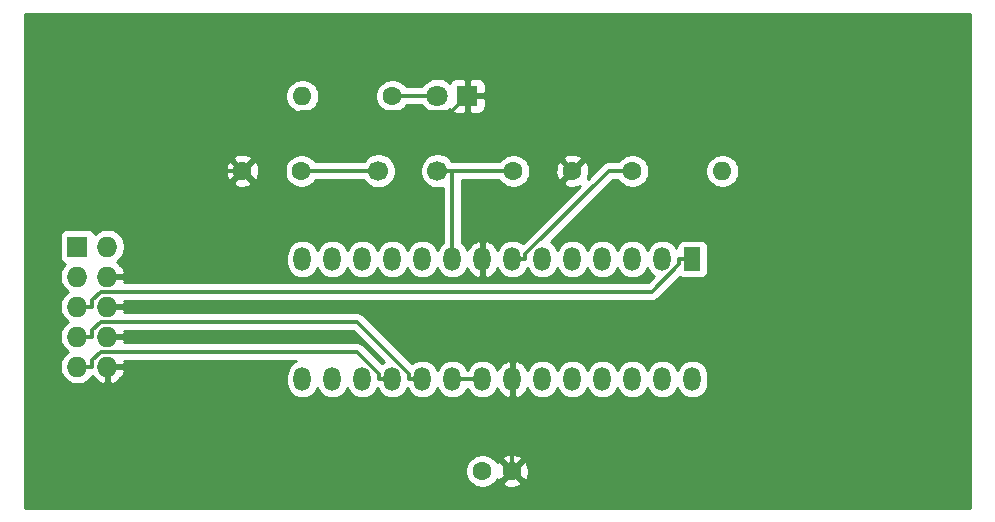
<source format=gbr>
%TF.GenerationSoftware,KiCad,Pcbnew,5.1.6-c6e7f7d~86~ubuntu18.04.1*%
%TF.CreationDate,2020-05-25T18:43:36+02:00*%
%TF.ProjectId,atmega_prog_adapter_v2,61746d65-6761-45f7-9072-6f675f616461,1.0*%
%TF.SameCoordinates,PX54c81a0PY68290a0*%
%TF.FileFunction,Copper,L1,Top*%
%TF.FilePolarity,Positive*%
%FSLAX46Y46*%
G04 Gerber Fmt 4.6, Leading zero omitted, Abs format (unit mm)*
G04 Created by KiCad (PCBNEW 5.1.6-c6e7f7d~86~ubuntu18.04.1) date 2020-05-25 18:43:36*
%MOMM*%
%LPD*%
G01*
G04 APERTURE LIST*
%TA.AperFunction,ComponentPad*%
%ADD10C,1.600000*%
%TD*%
%TA.AperFunction,ComponentPad*%
%ADD11R,1.800000X1.800000*%
%TD*%
%TA.AperFunction,ComponentPad*%
%ADD12C,1.800000*%
%TD*%
%TA.AperFunction,ComponentPad*%
%ADD13R,1.727200X1.727200*%
%TD*%
%TA.AperFunction,ComponentPad*%
%ADD14O,1.727200X1.727200*%
%TD*%
%TA.AperFunction,ComponentPad*%
%ADD15O,1.600000X1.600000*%
%TD*%
%TA.AperFunction,ComponentPad*%
%ADD16R,1.440000X2.000000*%
%TD*%
%TA.AperFunction,ComponentPad*%
%ADD17O,1.440000X2.000000*%
%TD*%
%TA.AperFunction,ComponentPad*%
%ADD18C,1.700000*%
%TD*%
%TA.AperFunction,Conductor*%
%ADD19C,0.350000*%
%TD*%
%TA.AperFunction,Conductor*%
%ADD20C,0.254000*%
%TD*%
G04 APERTURE END LIST*
D10*
%TO.P,C1,1*%
%TO.N,Net-(C1-Pad1)*%
X39370000Y3810000D03*
%TO.P,C1,2*%
%TO.N,GND*%
X41870000Y3810000D03*
%TD*%
%TO.P,C2,1*%
%TO.N,GND*%
X46990000Y29210000D03*
%TO.P,C2,2*%
%TO.N,/XTAL1*%
X41990000Y29210000D03*
%TD*%
%TO.P,C3,2*%
%TO.N,/XTAL2*%
X24050000Y29210000D03*
%TO.P,C3,1*%
%TO.N,GND*%
X19050000Y29210000D03*
%TD*%
D11*
%TO.P,D1,1*%
%TO.N,GND*%
X38100000Y35560000D03*
D12*
%TO.P,D1,2*%
%TO.N,Net-(D1-Pad2)*%
X35560000Y35560000D03*
%TD*%
D13*
%TO.P,J1,1*%
%TO.N,/MOSI*%
X5080000Y22805000D03*
D14*
%TO.P,J1,2*%
%TO.N,Net-(C1-Pad1)*%
X7620000Y22805000D03*
%TO.P,J1,3*%
%TO.N,Net-(J1-Pad3)*%
X5080000Y20265000D03*
%TO.P,J1,4*%
%TO.N,GND*%
X7620000Y20265000D03*
%TO.P,J1,5*%
%TO.N,/RESET*%
X5080000Y17725000D03*
%TO.P,J1,6*%
%TO.N,GND*%
X7620000Y17725000D03*
%TO.P,J1,7*%
%TO.N,/SCK*%
X5080000Y15185000D03*
%TO.P,J1,8*%
%TO.N,GND*%
X7620000Y15185000D03*
%TO.P,J1,9*%
%TO.N,/MISO*%
X5080000Y12645000D03*
%TO.P,J1,10*%
%TO.N,GND*%
X7620000Y12645000D03*
%TD*%
D10*
%TO.P,R1,1*%
%TO.N,Net-(C1-Pad1)*%
X52070000Y29210000D03*
D15*
%TO.P,R1,2*%
%TO.N,/RESET*%
X59690000Y29210000D03*
%TD*%
%TO.P,R2,2*%
%TO.N,Net-(R2-Pad2)*%
X24130000Y35560000D03*
D10*
%TO.P,R2,1*%
%TO.N,Net-(D1-Pad2)*%
X31750000Y35560000D03*
%TD*%
D16*
%TO.P,U1,1*%
%TO.N,/RESET*%
X57150000Y21740000D03*
D17*
%TO.P,U1,28*%
%TO.N,Net-(U1-Pad28)*%
X57150000Y11580000D03*
%TO.P,U1,2*%
%TO.N,Net-(U1-Pad2)*%
X54610000Y21740000D03*
%TO.P,U1,27*%
%TO.N,Net-(U1-Pad27)*%
X54610000Y11580000D03*
%TO.P,U1,3*%
%TO.N,Net-(U1-Pad3)*%
X52070000Y21740000D03*
%TO.P,U1,26*%
%TO.N,Net-(U1-Pad26)*%
X52070000Y11580000D03*
%TO.P,U1,4*%
%TO.N,Net-(U1-Pad4)*%
X49530000Y21740000D03*
%TO.P,U1,25*%
%TO.N,Net-(U1-Pad25)*%
X49530000Y11580000D03*
%TO.P,U1,5*%
%TO.N,Net-(U1-Pad5)*%
X46990000Y21740000D03*
%TO.P,U1,24*%
%TO.N,Net-(U1-Pad24)*%
X46990000Y11580000D03*
%TO.P,U1,6*%
%TO.N,Net-(U1-Pad6)*%
X44450000Y21740000D03*
%TO.P,U1,23*%
%TO.N,Net-(U1-Pad23)*%
X44450000Y11580000D03*
%TO.P,U1,7*%
%TO.N,Net-(C1-Pad1)*%
X41910000Y21740000D03*
%TO.P,U1,22*%
%TO.N,GND*%
X41910000Y11580000D03*
%TO.P,U1,8*%
X39370000Y21740000D03*
%TO.P,U1,21*%
%TO.N,Net-(C1-Pad1)*%
X39370000Y11580000D03*
%TO.P,U1,9*%
%TO.N,/XTAL1*%
X36830000Y21740000D03*
%TO.P,U1,20*%
%TO.N,Net-(C1-Pad1)*%
X36830000Y11580000D03*
%TO.P,U1,10*%
%TO.N,/XTAL2*%
X34290000Y21740000D03*
%TO.P,U1,19*%
%TO.N,/SCK*%
X34290000Y11580000D03*
%TO.P,U1,11*%
%TO.N,Net-(U1-Pad11)*%
X31750000Y21740000D03*
%TO.P,U1,18*%
%TO.N,/MISO*%
X31750000Y11580000D03*
%TO.P,U1,12*%
%TO.N,Net-(U1-Pad12)*%
X29210000Y21740000D03*
%TO.P,U1,17*%
%TO.N,/MOSI*%
X29210000Y11580000D03*
%TO.P,U1,13*%
%TO.N,Net-(U1-Pad13)*%
X26670000Y21740000D03*
%TO.P,U1,16*%
%TO.N,Net-(U1-Pad16)*%
X26670000Y11580000D03*
%TO.P,U1,14*%
%TO.N,Net-(R2-Pad2)*%
X24130000Y21740000D03*
%TO.P,U1,15*%
%TO.N,Net-(U1-Pad15)*%
X24130000Y11580000D03*
%TD*%
D18*
%TO.P,Y1,1*%
%TO.N,/XTAL1*%
X35560000Y29210000D03*
%TO.P,Y1,2*%
%TO.N,/XTAL2*%
X30560000Y29210000D03*
%TD*%
D19*
%TO.N,Net-(C1-Pad1)*%
X41910000Y21740000D02*
X43005300Y21740000D01*
X43005300Y21740000D02*
X43005300Y22150700D01*
X43005300Y22150700D02*
X50064600Y29210000D01*
X50064600Y29210000D02*
X52070000Y29210000D01*
X36830000Y11580000D02*
X39370000Y11580000D01*
%TO.N,GND*%
X19050000Y29210000D02*
X17803900Y29210000D01*
X17803900Y29210000D02*
X8858900Y20265000D01*
X7620000Y20265000D02*
X8858900Y20265000D01*
X38100000Y35560000D02*
X36707200Y34167200D01*
X36707200Y34167200D02*
X24007200Y34167200D01*
X24007200Y34167200D02*
X19050000Y29210000D01*
X41910000Y11580000D02*
X41910000Y3850000D01*
X41910000Y3850000D02*
X41870000Y3810000D01*
%TO.N,/XTAL1*%
X36830000Y29210000D02*
X41990000Y29210000D01*
X35560000Y29210000D02*
X36830000Y29210000D01*
X36830000Y29210000D02*
X36830000Y21740000D01*
%TO.N,/XTAL2*%
X30560000Y29210000D02*
X24050000Y29210000D01*
%TO.N,Net-(D1-Pad2)*%
X31750000Y35560000D02*
X35560000Y35560000D01*
%TO.N,/RESET*%
X5080000Y17725000D02*
X6318900Y17725000D01*
X57150000Y21740000D02*
X56054700Y21740000D01*
X56054700Y21740000D02*
X56054700Y21329300D01*
X56054700Y21329300D02*
X53720400Y18995000D01*
X53720400Y18995000D02*
X7075500Y18995000D01*
X7075500Y18995000D02*
X6318900Y18238400D01*
X6318900Y18238400D02*
X6318900Y17725000D01*
%TO.N,/SCK*%
X5080000Y15185000D02*
X6318900Y15185000D01*
X34290000Y11580000D02*
X33194700Y11580000D01*
X33194700Y11580000D02*
X33194700Y11990700D01*
X33194700Y11990700D02*
X28730400Y16455000D01*
X28730400Y16455000D02*
X7075500Y16455000D01*
X7075500Y16455000D02*
X6318900Y15698400D01*
X6318900Y15698400D02*
X6318900Y15185000D01*
%TO.N,/MISO*%
X6318900Y12645000D02*
X6318900Y13158400D01*
X6318900Y13158400D02*
X7075500Y13915000D01*
X7075500Y13915000D02*
X28730400Y13915000D01*
X28730400Y13915000D02*
X30654700Y11990700D01*
X30654700Y11990700D02*
X30654700Y11580000D01*
X5080000Y12645000D02*
X6318900Y12645000D01*
X31750000Y11580000D02*
X30654700Y11580000D01*
%TD*%
D20*
%TO.N,GND*%
G36*
X80620001Y660000D02*
G01*
X660000Y660000D01*
X660000Y3951335D01*
X37935000Y3951335D01*
X37935000Y3668665D01*
X37990147Y3391426D01*
X38098320Y3130273D01*
X38255363Y2895241D01*
X38455241Y2695363D01*
X38690273Y2538320D01*
X38951426Y2430147D01*
X39228665Y2375000D01*
X39511335Y2375000D01*
X39788574Y2430147D01*
X40049727Y2538320D01*
X40284759Y2695363D01*
X40406694Y2817298D01*
X41056903Y2817298D01*
X41128486Y2573329D01*
X41383996Y2452429D01*
X41658184Y2383700D01*
X41940512Y2369783D01*
X42220130Y2411213D01*
X42486292Y2506397D01*
X42611514Y2573329D01*
X42683097Y2817298D01*
X41870000Y3630395D01*
X41056903Y2817298D01*
X40406694Y2817298D01*
X40484637Y2895241D01*
X40618692Y3095869D01*
X40633329Y3068486D01*
X40877298Y2996903D01*
X41690395Y3810000D01*
X42049605Y3810000D01*
X42862702Y2996903D01*
X43106671Y3068486D01*
X43227571Y3323996D01*
X43296300Y3598184D01*
X43310217Y3880512D01*
X43268787Y4160130D01*
X43173603Y4426292D01*
X43106671Y4551514D01*
X42862702Y4623097D01*
X42049605Y3810000D01*
X41690395Y3810000D01*
X40877298Y4623097D01*
X40633329Y4551514D01*
X40619676Y4522659D01*
X40484637Y4724759D01*
X40406694Y4802702D01*
X41056903Y4802702D01*
X41870000Y3989605D01*
X42683097Y4802702D01*
X42611514Y5046671D01*
X42356004Y5167571D01*
X42081816Y5236300D01*
X41799488Y5250217D01*
X41519870Y5208787D01*
X41253708Y5113603D01*
X41128486Y5046671D01*
X41056903Y4802702D01*
X40406694Y4802702D01*
X40284759Y4924637D01*
X40049727Y5081680D01*
X39788574Y5189853D01*
X39511335Y5245000D01*
X39228665Y5245000D01*
X38951426Y5189853D01*
X38690273Y5081680D01*
X38455241Y4924637D01*
X38255363Y4724759D01*
X38098320Y4489727D01*
X37990147Y4228574D01*
X37935000Y3951335D01*
X660000Y3951335D01*
X660000Y23668600D01*
X3578328Y23668600D01*
X3578328Y21941400D01*
X3590588Y21816918D01*
X3626898Y21697220D01*
X3685863Y21586906D01*
X3765215Y21490215D01*
X3861906Y21410863D01*
X3972220Y21351898D01*
X4030023Y21334364D01*
X3915961Y21220302D01*
X3751958Y20974853D01*
X3638990Y20702125D01*
X3581400Y20412599D01*
X3581400Y20117401D01*
X3638990Y19827875D01*
X3751958Y19555147D01*
X3915961Y19309698D01*
X4124698Y19100961D01*
X4283281Y18995000D01*
X4124698Y18889039D01*
X3915961Y18680302D01*
X3751958Y18434853D01*
X3638990Y18162125D01*
X3581400Y17872599D01*
X3581400Y17577401D01*
X3638990Y17287875D01*
X3751958Y17015147D01*
X3915961Y16769698D01*
X4124698Y16560961D01*
X4283281Y16455000D01*
X4124698Y16349039D01*
X3915961Y16140302D01*
X3751958Y15894853D01*
X3638990Y15622125D01*
X3581400Y15332599D01*
X3581400Y15037401D01*
X3638990Y14747875D01*
X3751958Y14475147D01*
X3915961Y14229698D01*
X4124698Y14020961D01*
X4283281Y13915000D01*
X4124698Y13809039D01*
X3915961Y13600302D01*
X3751958Y13354853D01*
X3638990Y13082125D01*
X3581400Y12792599D01*
X3581400Y12497401D01*
X3638990Y12207875D01*
X3751958Y11935147D01*
X3915961Y11689698D01*
X4124698Y11480961D01*
X4370147Y11316958D01*
X4642875Y11203990D01*
X4932401Y11146400D01*
X5227599Y11146400D01*
X5517125Y11203990D01*
X5789853Y11316958D01*
X6035302Y11480961D01*
X6244039Y11689698D01*
X6339889Y11833148D01*
X6358691Y11835000D01*
X6363176Y11835442D01*
X6513146Y11634707D01*
X6731512Y11438183D01*
X6984022Y11288036D01*
X7260973Y11190037D01*
X7493000Y11310536D01*
X7493000Y12518000D01*
X7747000Y12518000D01*
X7747000Y11310536D01*
X7979027Y11190037D01*
X8255978Y11288036D01*
X8508488Y11438183D01*
X8726854Y11634707D01*
X8902684Y11870056D01*
X9029222Y12135186D01*
X9074958Y12285974D01*
X8953817Y12518000D01*
X7747000Y12518000D01*
X7493000Y12518000D01*
X7473000Y12518000D01*
X7473000Y12772000D01*
X7493000Y12772000D01*
X7493000Y12792000D01*
X7747000Y12792000D01*
X7747000Y12772000D01*
X8953817Y12772000D01*
X9074958Y13004026D01*
X9044331Y13105000D01*
X23584796Y13105000D01*
X23373561Y12992092D01*
X23167236Y12822765D01*
X22997908Y12616440D01*
X22872086Y12381045D01*
X22794606Y12125626D01*
X22775000Y11926564D01*
X22775000Y11233437D01*
X22794606Y11034375D01*
X22872086Y10778956D01*
X22997908Y10543561D01*
X23167235Y10337236D01*
X23373560Y10167908D01*
X23608955Y10042086D01*
X23864374Y9964606D01*
X24130000Y9938444D01*
X24395625Y9964606D01*
X24651044Y10042086D01*
X24886439Y10167908D01*
X25092764Y10337235D01*
X25262092Y10543560D01*
X25387914Y10778955D01*
X25400000Y10818798D01*
X25412086Y10778956D01*
X25537908Y10543561D01*
X25707235Y10337236D01*
X25913560Y10167908D01*
X26148955Y10042086D01*
X26404374Y9964606D01*
X26670000Y9938444D01*
X26935625Y9964606D01*
X27191044Y10042086D01*
X27426439Y10167908D01*
X27632764Y10337235D01*
X27802092Y10543560D01*
X27927914Y10778955D01*
X27940000Y10818798D01*
X27952086Y10778956D01*
X28077908Y10543561D01*
X28247235Y10337236D01*
X28453560Y10167908D01*
X28688955Y10042086D01*
X28944374Y9964606D01*
X29210000Y9938444D01*
X29475625Y9964606D01*
X29731044Y10042086D01*
X29966439Y10167908D01*
X30172764Y10337235D01*
X30342092Y10543560D01*
X30467914Y10778955D01*
X30471041Y10789265D01*
X30490775Y10783278D01*
X30492086Y10778956D01*
X30617908Y10543561D01*
X30787235Y10337236D01*
X30993560Y10167908D01*
X31228955Y10042086D01*
X31484374Y9964606D01*
X31750000Y9938444D01*
X32015625Y9964606D01*
X32271044Y10042086D01*
X32506439Y10167908D01*
X32712764Y10337235D01*
X32882092Y10543560D01*
X33007914Y10778955D01*
X33011041Y10789265D01*
X33030775Y10783278D01*
X33032086Y10778956D01*
X33157908Y10543561D01*
X33327235Y10337236D01*
X33533560Y10167908D01*
X33768955Y10042086D01*
X34024374Y9964606D01*
X34290000Y9938444D01*
X34555625Y9964606D01*
X34811044Y10042086D01*
X35046439Y10167908D01*
X35252764Y10337235D01*
X35422092Y10543560D01*
X35547914Y10778955D01*
X35560000Y10818798D01*
X35572086Y10778956D01*
X35697908Y10543561D01*
X35867235Y10337236D01*
X36073560Y10167908D01*
X36308955Y10042086D01*
X36564374Y9964606D01*
X36830000Y9938444D01*
X37095625Y9964606D01*
X37351044Y10042086D01*
X37586439Y10167908D01*
X37792764Y10337235D01*
X37962092Y10543560D01*
X38083127Y10770000D01*
X38116873Y10770000D01*
X38237908Y10543561D01*
X38407235Y10337236D01*
X38613560Y10167908D01*
X38848955Y10042086D01*
X39104374Y9964606D01*
X39370000Y9938444D01*
X39635625Y9964606D01*
X39891044Y10042086D01*
X40126439Y10167908D01*
X40332764Y10337235D01*
X40502092Y10543560D01*
X40627914Y10778955D01*
X40641505Y10823759D01*
X40706744Y10664131D01*
X40853916Y10441605D01*
X41041673Y10252067D01*
X41262799Y10102801D01*
X41508797Y9999542D01*
X41573528Y9987441D01*
X41783000Y10110511D01*
X41783000Y11453000D01*
X41763000Y11453000D01*
X41763000Y11707000D01*
X41783000Y11707000D01*
X41783000Y13049489D01*
X42037000Y13049489D01*
X42037000Y11707000D01*
X42057000Y11707000D01*
X42057000Y11453000D01*
X42037000Y11453000D01*
X42037000Y10110511D01*
X42246472Y9987441D01*
X42311203Y9999542D01*
X42557201Y10102801D01*
X42778327Y10252067D01*
X42966084Y10441605D01*
X43113256Y10664131D01*
X43178495Y10823759D01*
X43192086Y10778956D01*
X43317908Y10543561D01*
X43487235Y10337236D01*
X43693560Y10167908D01*
X43928955Y10042086D01*
X44184374Y9964606D01*
X44450000Y9938444D01*
X44715625Y9964606D01*
X44971044Y10042086D01*
X45206439Y10167908D01*
X45412764Y10337235D01*
X45582092Y10543560D01*
X45707914Y10778955D01*
X45720000Y10818798D01*
X45732086Y10778956D01*
X45857908Y10543561D01*
X46027235Y10337236D01*
X46233560Y10167908D01*
X46468955Y10042086D01*
X46724374Y9964606D01*
X46990000Y9938444D01*
X47255625Y9964606D01*
X47511044Y10042086D01*
X47746439Y10167908D01*
X47952764Y10337235D01*
X48122092Y10543560D01*
X48247914Y10778955D01*
X48260000Y10818798D01*
X48272086Y10778956D01*
X48397908Y10543561D01*
X48567235Y10337236D01*
X48773560Y10167908D01*
X49008955Y10042086D01*
X49264374Y9964606D01*
X49530000Y9938444D01*
X49795625Y9964606D01*
X50051044Y10042086D01*
X50286439Y10167908D01*
X50492764Y10337235D01*
X50662092Y10543560D01*
X50787914Y10778955D01*
X50800000Y10818798D01*
X50812086Y10778956D01*
X50937908Y10543561D01*
X51107235Y10337236D01*
X51313560Y10167908D01*
X51548955Y10042086D01*
X51804374Y9964606D01*
X52070000Y9938444D01*
X52335625Y9964606D01*
X52591044Y10042086D01*
X52826439Y10167908D01*
X53032764Y10337235D01*
X53202092Y10543560D01*
X53327914Y10778955D01*
X53340000Y10818798D01*
X53352086Y10778956D01*
X53477908Y10543561D01*
X53647235Y10337236D01*
X53853560Y10167908D01*
X54088955Y10042086D01*
X54344374Y9964606D01*
X54610000Y9938444D01*
X54875625Y9964606D01*
X55131044Y10042086D01*
X55366439Y10167908D01*
X55572764Y10337235D01*
X55742092Y10543560D01*
X55867914Y10778955D01*
X55880000Y10818798D01*
X55892086Y10778956D01*
X56017908Y10543561D01*
X56187235Y10337236D01*
X56393560Y10167908D01*
X56628955Y10042086D01*
X56884374Y9964606D01*
X57150000Y9938444D01*
X57415625Y9964606D01*
X57671044Y10042086D01*
X57906439Y10167908D01*
X58112764Y10337235D01*
X58282092Y10543560D01*
X58407914Y10778955D01*
X58485394Y11034374D01*
X58505000Y11233436D01*
X58505000Y11926563D01*
X58485394Y12125625D01*
X58407914Y12381045D01*
X58282092Y12616440D01*
X58112765Y12822765D01*
X57906440Y12992092D01*
X57671045Y13117914D01*
X57415626Y13195394D01*
X57150000Y13221556D01*
X56884375Y13195394D01*
X56628956Y13117914D01*
X56393561Y12992092D01*
X56187236Y12822765D01*
X56017908Y12616440D01*
X55892086Y12381045D01*
X55880000Y12341202D01*
X55867914Y12381045D01*
X55742092Y12616440D01*
X55572765Y12822765D01*
X55366440Y12992092D01*
X55131045Y13117914D01*
X54875626Y13195394D01*
X54610000Y13221556D01*
X54344375Y13195394D01*
X54088956Y13117914D01*
X53853561Y12992092D01*
X53647236Y12822765D01*
X53477908Y12616440D01*
X53352086Y12381045D01*
X53340000Y12341202D01*
X53327914Y12381045D01*
X53202092Y12616440D01*
X53032765Y12822765D01*
X52826440Y12992092D01*
X52591045Y13117914D01*
X52335626Y13195394D01*
X52070000Y13221556D01*
X51804375Y13195394D01*
X51548956Y13117914D01*
X51313561Y12992092D01*
X51107236Y12822765D01*
X50937908Y12616440D01*
X50812086Y12381045D01*
X50800000Y12341202D01*
X50787914Y12381045D01*
X50662092Y12616440D01*
X50492765Y12822765D01*
X50286440Y12992092D01*
X50051045Y13117914D01*
X49795626Y13195394D01*
X49530000Y13221556D01*
X49264375Y13195394D01*
X49008956Y13117914D01*
X48773561Y12992092D01*
X48567236Y12822765D01*
X48397908Y12616440D01*
X48272086Y12381045D01*
X48260000Y12341202D01*
X48247914Y12381045D01*
X48122092Y12616440D01*
X47952765Y12822765D01*
X47746440Y12992092D01*
X47511045Y13117914D01*
X47255626Y13195394D01*
X46990000Y13221556D01*
X46724375Y13195394D01*
X46468956Y13117914D01*
X46233561Y12992092D01*
X46027236Y12822765D01*
X45857908Y12616440D01*
X45732086Y12381045D01*
X45720000Y12341202D01*
X45707914Y12381045D01*
X45582092Y12616440D01*
X45412765Y12822765D01*
X45206440Y12992092D01*
X44971045Y13117914D01*
X44715626Y13195394D01*
X44450000Y13221556D01*
X44184375Y13195394D01*
X43928956Y13117914D01*
X43693561Y12992092D01*
X43487236Y12822765D01*
X43317908Y12616440D01*
X43192086Y12381045D01*
X43178495Y12336241D01*
X43113256Y12495869D01*
X42966084Y12718395D01*
X42778327Y12907933D01*
X42557201Y13057199D01*
X42311203Y13160458D01*
X42246472Y13172559D01*
X42037000Y13049489D01*
X41783000Y13049489D01*
X41573528Y13172559D01*
X41508797Y13160458D01*
X41262799Y13057199D01*
X41041673Y12907933D01*
X40853916Y12718395D01*
X40706744Y12495869D01*
X40641505Y12336241D01*
X40627914Y12381045D01*
X40502092Y12616440D01*
X40332765Y12822765D01*
X40126440Y12992092D01*
X39891045Y13117914D01*
X39635626Y13195394D01*
X39370000Y13221556D01*
X39104375Y13195394D01*
X38848956Y13117914D01*
X38613561Y12992092D01*
X38407236Y12822765D01*
X38237908Y12616440D01*
X38116873Y12390000D01*
X38083127Y12390000D01*
X37962092Y12616440D01*
X37792765Y12822765D01*
X37586440Y12992092D01*
X37351045Y13117914D01*
X37095626Y13195394D01*
X36830000Y13221556D01*
X36564375Y13195394D01*
X36308956Y13117914D01*
X36073561Y12992092D01*
X35867236Y12822765D01*
X35697908Y12616440D01*
X35572086Y12381045D01*
X35560000Y12341202D01*
X35547914Y12381045D01*
X35422092Y12616440D01*
X35252765Y12822765D01*
X35046440Y12992092D01*
X34811045Y13117914D01*
X34555626Y13195394D01*
X34290000Y13221556D01*
X34024375Y13195394D01*
X33768956Y13117914D01*
X33533561Y12992092D01*
X33426601Y12904312D01*
X29331300Y16999612D01*
X29305928Y17030528D01*
X29182589Y17131749D01*
X29041873Y17206963D01*
X28889188Y17253280D01*
X28770191Y17265000D01*
X28770188Y17265000D01*
X28730400Y17268919D01*
X28690612Y17265000D01*
X9044331Y17265000D01*
X9074958Y17365974D01*
X8953817Y17598000D01*
X7747000Y17598000D01*
X7747000Y17578000D01*
X7493000Y17578000D01*
X7493000Y17598000D01*
X7473000Y17598000D01*
X7473000Y17852000D01*
X7493000Y17852000D01*
X7493000Y17872000D01*
X7747000Y17872000D01*
X7747000Y17852000D01*
X8953817Y17852000D01*
X9074958Y18084026D01*
X9044331Y18185000D01*
X53680612Y18185000D01*
X53720400Y18181081D01*
X53760188Y18185000D01*
X53760191Y18185000D01*
X53879188Y18196720D01*
X54031873Y18243037D01*
X54172589Y18318251D01*
X54295928Y18419472D01*
X54321300Y18450387D01*
X56078679Y20207767D01*
X56185820Y20150498D01*
X56305518Y20114188D01*
X56430000Y20101928D01*
X57870000Y20101928D01*
X57994482Y20114188D01*
X58114180Y20150498D01*
X58224494Y20209463D01*
X58321185Y20288815D01*
X58400537Y20385506D01*
X58459502Y20495820D01*
X58495812Y20615518D01*
X58508072Y20740000D01*
X58508072Y22740000D01*
X58495812Y22864482D01*
X58459502Y22984180D01*
X58400537Y23094494D01*
X58321185Y23191185D01*
X58224494Y23270537D01*
X58114180Y23329502D01*
X57994482Y23365812D01*
X57870000Y23378072D01*
X56430000Y23378072D01*
X56305518Y23365812D01*
X56185820Y23329502D01*
X56075506Y23270537D01*
X55978815Y23191185D01*
X55899463Y23094494D01*
X55840498Y22984180D01*
X55804188Y22864482D01*
X55791928Y22740000D01*
X55791928Y22683204D01*
X55742092Y22776440D01*
X55572765Y22982765D01*
X55366440Y23152092D01*
X55131045Y23277914D01*
X54875626Y23355394D01*
X54610000Y23381556D01*
X54344375Y23355394D01*
X54088956Y23277914D01*
X53853561Y23152092D01*
X53647236Y22982765D01*
X53477908Y22776440D01*
X53352086Y22541045D01*
X53340000Y22501202D01*
X53327914Y22541045D01*
X53202092Y22776440D01*
X53032765Y22982765D01*
X52826440Y23152092D01*
X52591045Y23277914D01*
X52335626Y23355394D01*
X52070000Y23381556D01*
X51804375Y23355394D01*
X51548956Y23277914D01*
X51313561Y23152092D01*
X51107236Y22982765D01*
X50937908Y22776440D01*
X50812086Y22541045D01*
X50800000Y22501202D01*
X50787914Y22541045D01*
X50662092Y22776440D01*
X50492765Y22982765D01*
X50286440Y23152092D01*
X50051045Y23277914D01*
X49795626Y23355394D01*
X49530000Y23381556D01*
X49264375Y23355394D01*
X49008956Y23277914D01*
X48773561Y23152092D01*
X48567236Y22982765D01*
X48397908Y22776440D01*
X48272086Y22541045D01*
X48260000Y22501202D01*
X48247914Y22541045D01*
X48122092Y22776440D01*
X47952765Y22982765D01*
X47746440Y23152092D01*
X47511045Y23277914D01*
X47255626Y23355394D01*
X46990000Y23381556D01*
X46724375Y23355394D01*
X46468956Y23277914D01*
X46233561Y23152092D01*
X46027236Y22982765D01*
X45857908Y22776440D01*
X45732086Y22541045D01*
X45720000Y22501202D01*
X45707914Y22541045D01*
X45582092Y22776440D01*
X45412765Y22982765D01*
X45206440Y23152092D01*
X45171096Y23170984D01*
X50400113Y28400000D01*
X50885365Y28400000D01*
X50955363Y28295241D01*
X51155241Y28095363D01*
X51390273Y27938320D01*
X51651426Y27830147D01*
X51928665Y27775000D01*
X52211335Y27775000D01*
X52488574Y27830147D01*
X52749727Y27938320D01*
X52984759Y28095363D01*
X53184637Y28295241D01*
X53341680Y28530273D01*
X53449853Y28791426D01*
X53505000Y29068665D01*
X53505000Y29351335D01*
X58255000Y29351335D01*
X58255000Y29068665D01*
X58310147Y28791426D01*
X58418320Y28530273D01*
X58575363Y28295241D01*
X58775241Y28095363D01*
X59010273Y27938320D01*
X59271426Y27830147D01*
X59548665Y27775000D01*
X59831335Y27775000D01*
X60108574Y27830147D01*
X60369727Y27938320D01*
X60604759Y28095363D01*
X60804637Y28295241D01*
X60961680Y28530273D01*
X61069853Y28791426D01*
X61125000Y29068665D01*
X61125000Y29351335D01*
X61069853Y29628574D01*
X60961680Y29889727D01*
X60804637Y30124759D01*
X60604759Y30324637D01*
X60369727Y30481680D01*
X60108574Y30589853D01*
X59831335Y30645000D01*
X59548665Y30645000D01*
X59271426Y30589853D01*
X59010273Y30481680D01*
X58775241Y30324637D01*
X58575363Y30124759D01*
X58418320Y29889727D01*
X58310147Y29628574D01*
X58255000Y29351335D01*
X53505000Y29351335D01*
X53449853Y29628574D01*
X53341680Y29889727D01*
X53184637Y30124759D01*
X52984759Y30324637D01*
X52749727Y30481680D01*
X52488574Y30589853D01*
X52211335Y30645000D01*
X51928665Y30645000D01*
X51651426Y30589853D01*
X51390273Y30481680D01*
X51155241Y30324637D01*
X50955363Y30124759D01*
X50885365Y30020000D01*
X50104388Y30020000D01*
X50064600Y30023919D01*
X50024812Y30020000D01*
X50024809Y30020000D01*
X49905812Y30008280D01*
X49753127Y29961963D01*
X49612411Y29886749D01*
X49489072Y29785528D01*
X49463705Y29754618D01*
X48270768Y28561681D01*
X48347571Y28723996D01*
X48416300Y28998184D01*
X48430217Y29280512D01*
X48388787Y29560130D01*
X48293603Y29826292D01*
X48226671Y29951514D01*
X47982702Y30023097D01*
X47169605Y29210000D01*
X47183748Y29195857D01*
X47004143Y29016252D01*
X46990000Y29030395D01*
X46176903Y28217298D01*
X46248486Y27973329D01*
X46503996Y27852429D01*
X46778184Y27783700D01*
X47060512Y27769783D01*
X47340130Y27811213D01*
X47606292Y27906397D01*
X47626039Y27916952D01*
X42773400Y23064312D01*
X42666440Y23152092D01*
X42431045Y23277914D01*
X42175626Y23355394D01*
X41910000Y23381556D01*
X41644375Y23355394D01*
X41388956Y23277914D01*
X41153561Y23152092D01*
X40947236Y22982765D01*
X40777908Y22776440D01*
X40652086Y22541045D01*
X40638495Y22496241D01*
X40573256Y22655869D01*
X40426084Y22878395D01*
X40238327Y23067933D01*
X40017201Y23217199D01*
X39771203Y23320458D01*
X39706472Y23332559D01*
X39497000Y23209489D01*
X39497000Y21867000D01*
X39517000Y21867000D01*
X39517000Y21613000D01*
X39497000Y21613000D01*
X39497000Y20270511D01*
X39706472Y20147441D01*
X39771203Y20159542D01*
X40017201Y20262801D01*
X40238327Y20412067D01*
X40426084Y20601605D01*
X40573256Y20824131D01*
X40638495Y20983759D01*
X40652086Y20938956D01*
X40777908Y20703561D01*
X40947235Y20497236D01*
X41153560Y20327908D01*
X41388955Y20202086D01*
X41644374Y20124606D01*
X41910000Y20098444D01*
X42175625Y20124606D01*
X42431044Y20202086D01*
X42666439Y20327908D01*
X42872764Y20497235D01*
X43042092Y20703560D01*
X43167914Y20938955D01*
X43169225Y20943278D01*
X43188959Y20949265D01*
X43192086Y20938956D01*
X43317908Y20703561D01*
X43487235Y20497236D01*
X43693560Y20327908D01*
X43928955Y20202086D01*
X44184374Y20124606D01*
X44450000Y20098444D01*
X44715625Y20124606D01*
X44971044Y20202086D01*
X45206439Y20327908D01*
X45412764Y20497235D01*
X45582092Y20703560D01*
X45707914Y20938955D01*
X45720000Y20978798D01*
X45732086Y20938956D01*
X45857908Y20703561D01*
X46027235Y20497236D01*
X46233560Y20327908D01*
X46468955Y20202086D01*
X46724374Y20124606D01*
X46990000Y20098444D01*
X47255625Y20124606D01*
X47511044Y20202086D01*
X47746439Y20327908D01*
X47952764Y20497235D01*
X48122092Y20703560D01*
X48247914Y20938955D01*
X48260000Y20978798D01*
X48272086Y20938956D01*
X48397908Y20703561D01*
X48567235Y20497236D01*
X48773560Y20327908D01*
X49008955Y20202086D01*
X49264374Y20124606D01*
X49530000Y20098444D01*
X49795625Y20124606D01*
X50051044Y20202086D01*
X50286439Y20327908D01*
X50492764Y20497235D01*
X50662092Y20703560D01*
X50787914Y20938955D01*
X50800000Y20978798D01*
X50812086Y20938956D01*
X50937908Y20703561D01*
X51107235Y20497236D01*
X51313560Y20327908D01*
X51548955Y20202086D01*
X51804374Y20124606D01*
X52070000Y20098444D01*
X52335625Y20124606D01*
X52591044Y20202086D01*
X52826439Y20327908D01*
X53032764Y20497235D01*
X53202092Y20703560D01*
X53327914Y20938955D01*
X53340000Y20978798D01*
X53352086Y20938956D01*
X53477908Y20703561D01*
X53647235Y20497236D01*
X53853560Y20327908D01*
X53888904Y20309016D01*
X53384888Y19805000D01*
X9044331Y19805000D01*
X9074958Y19905974D01*
X8953817Y20138000D01*
X7747000Y20138000D01*
X7747000Y20118000D01*
X7493000Y20118000D01*
X7493000Y20138000D01*
X7473000Y20138000D01*
X7473000Y20392000D01*
X7493000Y20392000D01*
X7493000Y20412000D01*
X7747000Y20412000D01*
X7747000Y20392000D01*
X8953817Y20392000D01*
X9074958Y20624026D01*
X9029222Y20774814D01*
X8902684Y21039944D01*
X8726854Y21275293D01*
X8508488Y21471817D01*
X8409897Y21530441D01*
X8575302Y21640961D01*
X8784039Y21849698D01*
X8942307Y22086564D01*
X22775000Y22086564D01*
X22775000Y21393437D01*
X22794606Y21194375D01*
X22872086Y20938956D01*
X22997908Y20703561D01*
X23167235Y20497236D01*
X23373560Y20327908D01*
X23608955Y20202086D01*
X23864374Y20124606D01*
X24130000Y20098444D01*
X24395625Y20124606D01*
X24651044Y20202086D01*
X24886439Y20327908D01*
X25092764Y20497235D01*
X25262092Y20703560D01*
X25387914Y20938955D01*
X25400000Y20978798D01*
X25412086Y20938956D01*
X25537908Y20703561D01*
X25707235Y20497236D01*
X25913560Y20327908D01*
X26148955Y20202086D01*
X26404374Y20124606D01*
X26670000Y20098444D01*
X26935625Y20124606D01*
X27191044Y20202086D01*
X27426439Y20327908D01*
X27632764Y20497235D01*
X27802092Y20703560D01*
X27927914Y20938955D01*
X27940000Y20978798D01*
X27952086Y20938956D01*
X28077908Y20703561D01*
X28247235Y20497236D01*
X28453560Y20327908D01*
X28688955Y20202086D01*
X28944374Y20124606D01*
X29210000Y20098444D01*
X29475625Y20124606D01*
X29731044Y20202086D01*
X29966439Y20327908D01*
X30172764Y20497235D01*
X30342092Y20703560D01*
X30467914Y20938955D01*
X30480000Y20978798D01*
X30492086Y20938956D01*
X30617908Y20703561D01*
X30787235Y20497236D01*
X30993560Y20327908D01*
X31228955Y20202086D01*
X31484374Y20124606D01*
X31750000Y20098444D01*
X32015625Y20124606D01*
X32271044Y20202086D01*
X32506439Y20327908D01*
X32712764Y20497235D01*
X32882092Y20703560D01*
X33007914Y20938955D01*
X33020000Y20978798D01*
X33032086Y20938956D01*
X33157908Y20703561D01*
X33327235Y20497236D01*
X33533560Y20327908D01*
X33768955Y20202086D01*
X34024374Y20124606D01*
X34290000Y20098444D01*
X34555625Y20124606D01*
X34811044Y20202086D01*
X35046439Y20327908D01*
X35252764Y20497235D01*
X35422092Y20703560D01*
X35547914Y20938955D01*
X35560000Y20978798D01*
X35572086Y20938956D01*
X35697908Y20703561D01*
X35867235Y20497236D01*
X36073560Y20327908D01*
X36308955Y20202086D01*
X36564374Y20124606D01*
X36830000Y20098444D01*
X37095625Y20124606D01*
X37351044Y20202086D01*
X37586439Y20327908D01*
X37792764Y20497235D01*
X37962092Y20703560D01*
X38087914Y20938955D01*
X38101505Y20983759D01*
X38166744Y20824131D01*
X38313916Y20601605D01*
X38501673Y20412067D01*
X38722799Y20262801D01*
X38968797Y20159542D01*
X39033528Y20147441D01*
X39243000Y20270511D01*
X39243000Y21613000D01*
X39223000Y21613000D01*
X39223000Y21867000D01*
X39243000Y21867000D01*
X39243000Y23209489D01*
X39033528Y23332559D01*
X38968797Y23320458D01*
X38722799Y23217199D01*
X38501673Y23067933D01*
X38313916Y22878395D01*
X38166744Y22655869D01*
X38101505Y22496241D01*
X38087914Y22541045D01*
X37962092Y22776440D01*
X37792765Y22982765D01*
X37640000Y23108136D01*
X37640000Y28400000D01*
X40805365Y28400000D01*
X40875363Y28295241D01*
X41075241Y28095363D01*
X41310273Y27938320D01*
X41571426Y27830147D01*
X41848665Y27775000D01*
X42131335Y27775000D01*
X42408574Y27830147D01*
X42669727Y27938320D01*
X42904759Y28095363D01*
X43104637Y28295241D01*
X43261680Y28530273D01*
X43369853Y28791426D01*
X43425000Y29068665D01*
X43425000Y29139488D01*
X45549783Y29139488D01*
X45591213Y28859870D01*
X45686397Y28593708D01*
X45753329Y28468486D01*
X45997298Y28396903D01*
X46810395Y29210000D01*
X45997298Y30023097D01*
X45753329Y29951514D01*
X45632429Y29696004D01*
X45563700Y29421816D01*
X45549783Y29139488D01*
X43425000Y29139488D01*
X43425000Y29351335D01*
X43369853Y29628574D01*
X43261680Y29889727D01*
X43104637Y30124759D01*
X43026694Y30202702D01*
X46176903Y30202702D01*
X46990000Y29389605D01*
X47803097Y30202702D01*
X47731514Y30446671D01*
X47476004Y30567571D01*
X47201816Y30636300D01*
X46919488Y30650217D01*
X46639870Y30608787D01*
X46373708Y30513603D01*
X46248486Y30446671D01*
X46176903Y30202702D01*
X43026694Y30202702D01*
X42904759Y30324637D01*
X42669727Y30481680D01*
X42408574Y30589853D01*
X42131335Y30645000D01*
X41848665Y30645000D01*
X41571426Y30589853D01*
X41310273Y30481680D01*
X41075241Y30324637D01*
X40875363Y30124759D01*
X40805365Y30020000D01*
X36869791Y30020000D01*
X36830000Y30023919D01*
X36803870Y30021346D01*
X36713475Y30156632D01*
X36506632Y30363475D01*
X36263411Y30525990D01*
X35993158Y30637932D01*
X35706260Y30695000D01*
X35413740Y30695000D01*
X35126842Y30637932D01*
X34856589Y30525990D01*
X34613368Y30363475D01*
X34406525Y30156632D01*
X34244010Y29913411D01*
X34132068Y29643158D01*
X34075000Y29356260D01*
X34075000Y29063740D01*
X34132068Y28776842D01*
X34244010Y28506589D01*
X34406525Y28263368D01*
X34613368Y28056525D01*
X34856589Y27894010D01*
X35126842Y27782068D01*
X35413740Y27725000D01*
X35706260Y27725000D01*
X35993158Y27782068D01*
X36020000Y27793186D01*
X36020001Y23108136D01*
X35867236Y22982765D01*
X35697908Y22776440D01*
X35572086Y22541045D01*
X35560000Y22501202D01*
X35547914Y22541045D01*
X35422092Y22776440D01*
X35252765Y22982765D01*
X35046440Y23152092D01*
X34811045Y23277914D01*
X34555626Y23355394D01*
X34290000Y23381556D01*
X34024375Y23355394D01*
X33768956Y23277914D01*
X33533561Y23152092D01*
X33327236Y22982765D01*
X33157908Y22776440D01*
X33032086Y22541045D01*
X33020000Y22501202D01*
X33007914Y22541045D01*
X32882092Y22776440D01*
X32712765Y22982765D01*
X32506440Y23152092D01*
X32271045Y23277914D01*
X32015626Y23355394D01*
X31750000Y23381556D01*
X31484375Y23355394D01*
X31228956Y23277914D01*
X30993561Y23152092D01*
X30787236Y22982765D01*
X30617908Y22776440D01*
X30492086Y22541045D01*
X30480000Y22501202D01*
X30467914Y22541045D01*
X30342092Y22776440D01*
X30172765Y22982765D01*
X29966440Y23152092D01*
X29731045Y23277914D01*
X29475626Y23355394D01*
X29210000Y23381556D01*
X28944375Y23355394D01*
X28688956Y23277914D01*
X28453561Y23152092D01*
X28247236Y22982765D01*
X28077908Y22776440D01*
X27952086Y22541045D01*
X27940000Y22501202D01*
X27927914Y22541045D01*
X27802092Y22776440D01*
X27632765Y22982765D01*
X27426440Y23152092D01*
X27191045Y23277914D01*
X26935626Y23355394D01*
X26670000Y23381556D01*
X26404375Y23355394D01*
X26148956Y23277914D01*
X25913561Y23152092D01*
X25707236Y22982765D01*
X25537908Y22776440D01*
X25412086Y22541045D01*
X25400000Y22501202D01*
X25387914Y22541045D01*
X25262092Y22776440D01*
X25092765Y22982765D01*
X24886440Y23152092D01*
X24651045Y23277914D01*
X24395626Y23355394D01*
X24130000Y23381556D01*
X23864375Y23355394D01*
X23608956Y23277914D01*
X23373561Y23152092D01*
X23167236Y22982765D01*
X22997908Y22776440D01*
X22872086Y22541045D01*
X22794606Y22285626D01*
X22775000Y22086564D01*
X8942307Y22086564D01*
X8948042Y22095147D01*
X9061010Y22367875D01*
X9118600Y22657401D01*
X9118600Y22952599D01*
X9061010Y23242125D01*
X8948042Y23514853D01*
X8784039Y23760302D01*
X8575302Y23969039D01*
X8329853Y24133042D01*
X8057125Y24246010D01*
X7767599Y24303600D01*
X7472401Y24303600D01*
X7182875Y24246010D01*
X6910147Y24133042D01*
X6664698Y23969039D01*
X6550636Y23854977D01*
X6533102Y23912780D01*
X6474137Y24023094D01*
X6394785Y24119785D01*
X6298094Y24199137D01*
X6187780Y24258102D01*
X6068082Y24294412D01*
X5943600Y24306672D01*
X4216400Y24306672D01*
X4091918Y24294412D01*
X3972220Y24258102D01*
X3861906Y24199137D01*
X3765215Y24119785D01*
X3685863Y24023094D01*
X3626898Y23912780D01*
X3590588Y23793082D01*
X3578328Y23668600D01*
X660000Y23668600D01*
X660000Y28217298D01*
X18236903Y28217298D01*
X18308486Y27973329D01*
X18563996Y27852429D01*
X18838184Y27783700D01*
X19120512Y27769783D01*
X19400130Y27811213D01*
X19666292Y27906397D01*
X19791514Y27973329D01*
X19863097Y28217298D01*
X19050000Y29030395D01*
X18236903Y28217298D01*
X660000Y28217298D01*
X660000Y29139488D01*
X17609783Y29139488D01*
X17651213Y28859870D01*
X17746397Y28593708D01*
X17813329Y28468486D01*
X18057298Y28396903D01*
X18870395Y29210000D01*
X19229605Y29210000D01*
X20042702Y28396903D01*
X20286671Y28468486D01*
X20407571Y28723996D01*
X20476300Y28998184D01*
X20490217Y29280512D01*
X20479724Y29351335D01*
X22615000Y29351335D01*
X22615000Y29068665D01*
X22670147Y28791426D01*
X22778320Y28530273D01*
X22935363Y28295241D01*
X23135241Y28095363D01*
X23370273Y27938320D01*
X23631426Y27830147D01*
X23908665Y27775000D01*
X24191335Y27775000D01*
X24468574Y27830147D01*
X24729727Y27938320D01*
X24964759Y28095363D01*
X25164637Y28295241D01*
X25234635Y28400000D01*
X29315230Y28400000D01*
X29406525Y28263368D01*
X29613368Y28056525D01*
X29856589Y27894010D01*
X30126842Y27782068D01*
X30413740Y27725000D01*
X30706260Y27725000D01*
X30993158Y27782068D01*
X31263411Y27894010D01*
X31506632Y28056525D01*
X31713475Y28263368D01*
X31875990Y28506589D01*
X31987932Y28776842D01*
X32045000Y29063740D01*
X32045000Y29356260D01*
X31987932Y29643158D01*
X31875990Y29913411D01*
X31713475Y30156632D01*
X31506632Y30363475D01*
X31263411Y30525990D01*
X30993158Y30637932D01*
X30706260Y30695000D01*
X30413740Y30695000D01*
X30126842Y30637932D01*
X29856589Y30525990D01*
X29613368Y30363475D01*
X29406525Y30156632D01*
X29315230Y30020000D01*
X25234635Y30020000D01*
X25164637Y30124759D01*
X24964759Y30324637D01*
X24729727Y30481680D01*
X24468574Y30589853D01*
X24191335Y30645000D01*
X23908665Y30645000D01*
X23631426Y30589853D01*
X23370273Y30481680D01*
X23135241Y30324637D01*
X22935363Y30124759D01*
X22778320Y29889727D01*
X22670147Y29628574D01*
X22615000Y29351335D01*
X20479724Y29351335D01*
X20448787Y29560130D01*
X20353603Y29826292D01*
X20286671Y29951514D01*
X20042702Y30023097D01*
X19229605Y29210000D01*
X18870395Y29210000D01*
X18057298Y30023097D01*
X17813329Y29951514D01*
X17692429Y29696004D01*
X17623700Y29421816D01*
X17609783Y29139488D01*
X660000Y29139488D01*
X660000Y30202702D01*
X18236903Y30202702D01*
X19050000Y29389605D01*
X19863097Y30202702D01*
X19791514Y30446671D01*
X19536004Y30567571D01*
X19261816Y30636300D01*
X18979488Y30650217D01*
X18699870Y30608787D01*
X18433708Y30513603D01*
X18308486Y30446671D01*
X18236903Y30202702D01*
X660000Y30202702D01*
X660000Y35701335D01*
X22695000Y35701335D01*
X22695000Y35418665D01*
X22750147Y35141426D01*
X22858320Y34880273D01*
X23015363Y34645241D01*
X23215241Y34445363D01*
X23450273Y34288320D01*
X23711426Y34180147D01*
X23988665Y34125000D01*
X24271335Y34125000D01*
X24548574Y34180147D01*
X24809727Y34288320D01*
X25044759Y34445363D01*
X25244637Y34645241D01*
X25401680Y34880273D01*
X25509853Y35141426D01*
X25565000Y35418665D01*
X25565000Y35701335D01*
X30315000Y35701335D01*
X30315000Y35418665D01*
X30370147Y35141426D01*
X30478320Y34880273D01*
X30635363Y34645241D01*
X30835241Y34445363D01*
X31070273Y34288320D01*
X31331426Y34180147D01*
X31608665Y34125000D01*
X31891335Y34125000D01*
X32168574Y34180147D01*
X32429727Y34288320D01*
X32664759Y34445363D01*
X32864637Y34645241D01*
X32934635Y34750000D01*
X34255096Y34750000D01*
X34367688Y34581495D01*
X34581495Y34367688D01*
X34832905Y34199701D01*
X35112257Y34083989D01*
X35408816Y34025000D01*
X35711184Y34025000D01*
X36007743Y34083989D01*
X36287095Y34199701D01*
X36538505Y34367688D01*
X36604944Y34434127D01*
X36610498Y34415820D01*
X36669463Y34305506D01*
X36748815Y34208815D01*
X36845506Y34129463D01*
X36955820Y34070498D01*
X37075518Y34034188D01*
X37200000Y34021928D01*
X37814250Y34025000D01*
X37973000Y34183750D01*
X37973000Y35433000D01*
X38227000Y35433000D01*
X38227000Y34183750D01*
X38385750Y34025000D01*
X39000000Y34021928D01*
X39124482Y34034188D01*
X39244180Y34070498D01*
X39354494Y34129463D01*
X39451185Y34208815D01*
X39530537Y34305506D01*
X39589502Y34415820D01*
X39625812Y34535518D01*
X39638072Y34660000D01*
X39635000Y35274250D01*
X39476250Y35433000D01*
X38227000Y35433000D01*
X37973000Y35433000D01*
X37953000Y35433000D01*
X37953000Y35687000D01*
X37973000Y35687000D01*
X37973000Y36936250D01*
X38227000Y36936250D01*
X38227000Y35687000D01*
X39476250Y35687000D01*
X39635000Y35845750D01*
X39638072Y36460000D01*
X39625812Y36584482D01*
X39589502Y36704180D01*
X39530537Y36814494D01*
X39451185Y36911185D01*
X39354494Y36990537D01*
X39244180Y37049502D01*
X39124482Y37085812D01*
X39000000Y37098072D01*
X38385750Y37095000D01*
X38227000Y36936250D01*
X37973000Y36936250D01*
X37814250Y37095000D01*
X37200000Y37098072D01*
X37075518Y37085812D01*
X36955820Y37049502D01*
X36845506Y36990537D01*
X36748815Y36911185D01*
X36669463Y36814494D01*
X36610498Y36704180D01*
X36604944Y36685873D01*
X36538505Y36752312D01*
X36287095Y36920299D01*
X36007743Y37036011D01*
X35711184Y37095000D01*
X35408816Y37095000D01*
X35112257Y37036011D01*
X34832905Y36920299D01*
X34581495Y36752312D01*
X34367688Y36538505D01*
X34255096Y36370000D01*
X32934635Y36370000D01*
X32864637Y36474759D01*
X32664759Y36674637D01*
X32429727Y36831680D01*
X32168574Y36939853D01*
X31891335Y36995000D01*
X31608665Y36995000D01*
X31331426Y36939853D01*
X31070273Y36831680D01*
X30835241Y36674637D01*
X30635363Y36474759D01*
X30478320Y36239727D01*
X30370147Y35978574D01*
X30315000Y35701335D01*
X25565000Y35701335D01*
X25509853Y35978574D01*
X25401680Y36239727D01*
X25244637Y36474759D01*
X25044759Y36674637D01*
X24809727Y36831680D01*
X24548574Y36939853D01*
X24271335Y36995000D01*
X23988665Y36995000D01*
X23711426Y36939853D01*
X23450273Y36831680D01*
X23215241Y36674637D01*
X23015363Y36474759D01*
X22858320Y36239727D01*
X22750147Y35978574D01*
X22695000Y35701335D01*
X660000Y35701335D01*
X660000Y42520000D01*
X80620000Y42520000D01*
X80620001Y660000D01*
G37*
X80620001Y660000D02*
X660000Y660000D01*
X660000Y3951335D01*
X37935000Y3951335D01*
X37935000Y3668665D01*
X37990147Y3391426D01*
X38098320Y3130273D01*
X38255363Y2895241D01*
X38455241Y2695363D01*
X38690273Y2538320D01*
X38951426Y2430147D01*
X39228665Y2375000D01*
X39511335Y2375000D01*
X39788574Y2430147D01*
X40049727Y2538320D01*
X40284759Y2695363D01*
X40406694Y2817298D01*
X41056903Y2817298D01*
X41128486Y2573329D01*
X41383996Y2452429D01*
X41658184Y2383700D01*
X41940512Y2369783D01*
X42220130Y2411213D01*
X42486292Y2506397D01*
X42611514Y2573329D01*
X42683097Y2817298D01*
X41870000Y3630395D01*
X41056903Y2817298D01*
X40406694Y2817298D01*
X40484637Y2895241D01*
X40618692Y3095869D01*
X40633329Y3068486D01*
X40877298Y2996903D01*
X41690395Y3810000D01*
X42049605Y3810000D01*
X42862702Y2996903D01*
X43106671Y3068486D01*
X43227571Y3323996D01*
X43296300Y3598184D01*
X43310217Y3880512D01*
X43268787Y4160130D01*
X43173603Y4426292D01*
X43106671Y4551514D01*
X42862702Y4623097D01*
X42049605Y3810000D01*
X41690395Y3810000D01*
X40877298Y4623097D01*
X40633329Y4551514D01*
X40619676Y4522659D01*
X40484637Y4724759D01*
X40406694Y4802702D01*
X41056903Y4802702D01*
X41870000Y3989605D01*
X42683097Y4802702D01*
X42611514Y5046671D01*
X42356004Y5167571D01*
X42081816Y5236300D01*
X41799488Y5250217D01*
X41519870Y5208787D01*
X41253708Y5113603D01*
X41128486Y5046671D01*
X41056903Y4802702D01*
X40406694Y4802702D01*
X40284759Y4924637D01*
X40049727Y5081680D01*
X39788574Y5189853D01*
X39511335Y5245000D01*
X39228665Y5245000D01*
X38951426Y5189853D01*
X38690273Y5081680D01*
X38455241Y4924637D01*
X38255363Y4724759D01*
X38098320Y4489727D01*
X37990147Y4228574D01*
X37935000Y3951335D01*
X660000Y3951335D01*
X660000Y23668600D01*
X3578328Y23668600D01*
X3578328Y21941400D01*
X3590588Y21816918D01*
X3626898Y21697220D01*
X3685863Y21586906D01*
X3765215Y21490215D01*
X3861906Y21410863D01*
X3972220Y21351898D01*
X4030023Y21334364D01*
X3915961Y21220302D01*
X3751958Y20974853D01*
X3638990Y20702125D01*
X3581400Y20412599D01*
X3581400Y20117401D01*
X3638990Y19827875D01*
X3751958Y19555147D01*
X3915961Y19309698D01*
X4124698Y19100961D01*
X4283281Y18995000D01*
X4124698Y18889039D01*
X3915961Y18680302D01*
X3751958Y18434853D01*
X3638990Y18162125D01*
X3581400Y17872599D01*
X3581400Y17577401D01*
X3638990Y17287875D01*
X3751958Y17015147D01*
X3915961Y16769698D01*
X4124698Y16560961D01*
X4283281Y16455000D01*
X4124698Y16349039D01*
X3915961Y16140302D01*
X3751958Y15894853D01*
X3638990Y15622125D01*
X3581400Y15332599D01*
X3581400Y15037401D01*
X3638990Y14747875D01*
X3751958Y14475147D01*
X3915961Y14229698D01*
X4124698Y14020961D01*
X4283281Y13915000D01*
X4124698Y13809039D01*
X3915961Y13600302D01*
X3751958Y13354853D01*
X3638990Y13082125D01*
X3581400Y12792599D01*
X3581400Y12497401D01*
X3638990Y12207875D01*
X3751958Y11935147D01*
X3915961Y11689698D01*
X4124698Y11480961D01*
X4370147Y11316958D01*
X4642875Y11203990D01*
X4932401Y11146400D01*
X5227599Y11146400D01*
X5517125Y11203990D01*
X5789853Y11316958D01*
X6035302Y11480961D01*
X6244039Y11689698D01*
X6339889Y11833148D01*
X6358691Y11835000D01*
X6363176Y11835442D01*
X6513146Y11634707D01*
X6731512Y11438183D01*
X6984022Y11288036D01*
X7260973Y11190037D01*
X7493000Y11310536D01*
X7493000Y12518000D01*
X7747000Y12518000D01*
X7747000Y11310536D01*
X7979027Y11190037D01*
X8255978Y11288036D01*
X8508488Y11438183D01*
X8726854Y11634707D01*
X8902684Y11870056D01*
X9029222Y12135186D01*
X9074958Y12285974D01*
X8953817Y12518000D01*
X7747000Y12518000D01*
X7493000Y12518000D01*
X7473000Y12518000D01*
X7473000Y12772000D01*
X7493000Y12772000D01*
X7493000Y12792000D01*
X7747000Y12792000D01*
X7747000Y12772000D01*
X8953817Y12772000D01*
X9074958Y13004026D01*
X9044331Y13105000D01*
X23584796Y13105000D01*
X23373561Y12992092D01*
X23167236Y12822765D01*
X22997908Y12616440D01*
X22872086Y12381045D01*
X22794606Y12125626D01*
X22775000Y11926564D01*
X22775000Y11233437D01*
X22794606Y11034375D01*
X22872086Y10778956D01*
X22997908Y10543561D01*
X23167235Y10337236D01*
X23373560Y10167908D01*
X23608955Y10042086D01*
X23864374Y9964606D01*
X24130000Y9938444D01*
X24395625Y9964606D01*
X24651044Y10042086D01*
X24886439Y10167908D01*
X25092764Y10337235D01*
X25262092Y10543560D01*
X25387914Y10778955D01*
X25400000Y10818798D01*
X25412086Y10778956D01*
X25537908Y10543561D01*
X25707235Y10337236D01*
X25913560Y10167908D01*
X26148955Y10042086D01*
X26404374Y9964606D01*
X26670000Y9938444D01*
X26935625Y9964606D01*
X27191044Y10042086D01*
X27426439Y10167908D01*
X27632764Y10337235D01*
X27802092Y10543560D01*
X27927914Y10778955D01*
X27940000Y10818798D01*
X27952086Y10778956D01*
X28077908Y10543561D01*
X28247235Y10337236D01*
X28453560Y10167908D01*
X28688955Y10042086D01*
X28944374Y9964606D01*
X29210000Y9938444D01*
X29475625Y9964606D01*
X29731044Y10042086D01*
X29966439Y10167908D01*
X30172764Y10337235D01*
X30342092Y10543560D01*
X30467914Y10778955D01*
X30471041Y10789265D01*
X30490775Y10783278D01*
X30492086Y10778956D01*
X30617908Y10543561D01*
X30787235Y10337236D01*
X30993560Y10167908D01*
X31228955Y10042086D01*
X31484374Y9964606D01*
X31750000Y9938444D01*
X32015625Y9964606D01*
X32271044Y10042086D01*
X32506439Y10167908D01*
X32712764Y10337235D01*
X32882092Y10543560D01*
X33007914Y10778955D01*
X33011041Y10789265D01*
X33030775Y10783278D01*
X33032086Y10778956D01*
X33157908Y10543561D01*
X33327235Y10337236D01*
X33533560Y10167908D01*
X33768955Y10042086D01*
X34024374Y9964606D01*
X34290000Y9938444D01*
X34555625Y9964606D01*
X34811044Y10042086D01*
X35046439Y10167908D01*
X35252764Y10337235D01*
X35422092Y10543560D01*
X35547914Y10778955D01*
X35560000Y10818798D01*
X35572086Y10778956D01*
X35697908Y10543561D01*
X35867235Y10337236D01*
X36073560Y10167908D01*
X36308955Y10042086D01*
X36564374Y9964606D01*
X36830000Y9938444D01*
X37095625Y9964606D01*
X37351044Y10042086D01*
X37586439Y10167908D01*
X37792764Y10337235D01*
X37962092Y10543560D01*
X38083127Y10770000D01*
X38116873Y10770000D01*
X38237908Y10543561D01*
X38407235Y10337236D01*
X38613560Y10167908D01*
X38848955Y10042086D01*
X39104374Y9964606D01*
X39370000Y9938444D01*
X39635625Y9964606D01*
X39891044Y10042086D01*
X40126439Y10167908D01*
X40332764Y10337235D01*
X40502092Y10543560D01*
X40627914Y10778955D01*
X40641505Y10823759D01*
X40706744Y10664131D01*
X40853916Y10441605D01*
X41041673Y10252067D01*
X41262799Y10102801D01*
X41508797Y9999542D01*
X41573528Y9987441D01*
X41783000Y10110511D01*
X41783000Y11453000D01*
X41763000Y11453000D01*
X41763000Y11707000D01*
X41783000Y11707000D01*
X41783000Y13049489D01*
X42037000Y13049489D01*
X42037000Y11707000D01*
X42057000Y11707000D01*
X42057000Y11453000D01*
X42037000Y11453000D01*
X42037000Y10110511D01*
X42246472Y9987441D01*
X42311203Y9999542D01*
X42557201Y10102801D01*
X42778327Y10252067D01*
X42966084Y10441605D01*
X43113256Y10664131D01*
X43178495Y10823759D01*
X43192086Y10778956D01*
X43317908Y10543561D01*
X43487235Y10337236D01*
X43693560Y10167908D01*
X43928955Y10042086D01*
X44184374Y9964606D01*
X44450000Y9938444D01*
X44715625Y9964606D01*
X44971044Y10042086D01*
X45206439Y10167908D01*
X45412764Y10337235D01*
X45582092Y10543560D01*
X45707914Y10778955D01*
X45720000Y10818798D01*
X45732086Y10778956D01*
X45857908Y10543561D01*
X46027235Y10337236D01*
X46233560Y10167908D01*
X46468955Y10042086D01*
X46724374Y9964606D01*
X46990000Y9938444D01*
X47255625Y9964606D01*
X47511044Y10042086D01*
X47746439Y10167908D01*
X47952764Y10337235D01*
X48122092Y10543560D01*
X48247914Y10778955D01*
X48260000Y10818798D01*
X48272086Y10778956D01*
X48397908Y10543561D01*
X48567235Y10337236D01*
X48773560Y10167908D01*
X49008955Y10042086D01*
X49264374Y9964606D01*
X49530000Y9938444D01*
X49795625Y9964606D01*
X50051044Y10042086D01*
X50286439Y10167908D01*
X50492764Y10337235D01*
X50662092Y10543560D01*
X50787914Y10778955D01*
X50800000Y10818798D01*
X50812086Y10778956D01*
X50937908Y10543561D01*
X51107235Y10337236D01*
X51313560Y10167908D01*
X51548955Y10042086D01*
X51804374Y9964606D01*
X52070000Y9938444D01*
X52335625Y9964606D01*
X52591044Y10042086D01*
X52826439Y10167908D01*
X53032764Y10337235D01*
X53202092Y10543560D01*
X53327914Y10778955D01*
X53340000Y10818798D01*
X53352086Y10778956D01*
X53477908Y10543561D01*
X53647235Y10337236D01*
X53853560Y10167908D01*
X54088955Y10042086D01*
X54344374Y9964606D01*
X54610000Y9938444D01*
X54875625Y9964606D01*
X55131044Y10042086D01*
X55366439Y10167908D01*
X55572764Y10337235D01*
X55742092Y10543560D01*
X55867914Y10778955D01*
X55880000Y10818798D01*
X55892086Y10778956D01*
X56017908Y10543561D01*
X56187235Y10337236D01*
X56393560Y10167908D01*
X56628955Y10042086D01*
X56884374Y9964606D01*
X57150000Y9938444D01*
X57415625Y9964606D01*
X57671044Y10042086D01*
X57906439Y10167908D01*
X58112764Y10337235D01*
X58282092Y10543560D01*
X58407914Y10778955D01*
X58485394Y11034374D01*
X58505000Y11233436D01*
X58505000Y11926563D01*
X58485394Y12125625D01*
X58407914Y12381045D01*
X58282092Y12616440D01*
X58112765Y12822765D01*
X57906440Y12992092D01*
X57671045Y13117914D01*
X57415626Y13195394D01*
X57150000Y13221556D01*
X56884375Y13195394D01*
X56628956Y13117914D01*
X56393561Y12992092D01*
X56187236Y12822765D01*
X56017908Y12616440D01*
X55892086Y12381045D01*
X55880000Y12341202D01*
X55867914Y12381045D01*
X55742092Y12616440D01*
X55572765Y12822765D01*
X55366440Y12992092D01*
X55131045Y13117914D01*
X54875626Y13195394D01*
X54610000Y13221556D01*
X54344375Y13195394D01*
X54088956Y13117914D01*
X53853561Y12992092D01*
X53647236Y12822765D01*
X53477908Y12616440D01*
X53352086Y12381045D01*
X53340000Y12341202D01*
X53327914Y12381045D01*
X53202092Y12616440D01*
X53032765Y12822765D01*
X52826440Y12992092D01*
X52591045Y13117914D01*
X52335626Y13195394D01*
X52070000Y13221556D01*
X51804375Y13195394D01*
X51548956Y13117914D01*
X51313561Y12992092D01*
X51107236Y12822765D01*
X50937908Y12616440D01*
X50812086Y12381045D01*
X50800000Y12341202D01*
X50787914Y12381045D01*
X50662092Y12616440D01*
X50492765Y12822765D01*
X50286440Y12992092D01*
X50051045Y13117914D01*
X49795626Y13195394D01*
X49530000Y13221556D01*
X49264375Y13195394D01*
X49008956Y13117914D01*
X48773561Y12992092D01*
X48567236Y12822765D01*
X48397908Y12616440D01*
X48272086Y12381045D01*
X48260000Y12341202D01*
X48247914Y12381045D01*
X48122092Y12616440D01*
X47952765Y12822765D01*
X47746440Y12992092D01*
X47511045Y13117914D01*
X47255626Y13195394D01*
X46990000Y13221556D01*
X46724375Y13195394D01*
X46468956Y13117914D01*
X46233561Y12992092D01*
X46027236Y12822765D01*
X45857908Y12616440D01*
X45732086Y12381045D01*
X45720000Y12341202D01*
X45707914Y12381045D01*
X45582092Y12616440D01*
X45412765Y12822765D01*
X45206440Y12992092D01*
X44971045Y13117914D01*
X44715626Y13195394D01*
X44450000Y13221556D01*
X44184375Y13195394D01*
X43928956Y13117914D01*
X43693561Y12992092D01*
X43487236Y12822765D01*
X43317908Y12616440D01*
X43192086Y12381045D01*
X43178495Y12336241D01*
X43113256Y12495869D01*
X42966084Y12718395D01*
X42778327Y12907933D01*
X42557201Y13057199D01*
X42311203Y13160458D01*
X42246472Y13172559D01*
X42037000Y13049489D01*
X41783000Y13049489D01*
X41573528Y13172559D01*
X41508797Y13160458D01*
X41262799Y13057199D01*
X41041673Y12907933D01*
X40853916Y12718395D01*
X40706744Y12495869D01*
X40641505Y12336241D01*
X40627914Y12381045D01*
X40502092Y12616440D01*
X40332765Y12822765D01*
X40126440Y12992092D01*
X39891045Y13117914D01*
X39635626Y13195394D01*
X39370000Y13221556D01*
X39104375Y13195394D01*
X38848956Y13117914D01*
X38613561Y12992092D01*
X38407236Y12822765D01*
X38237908Y12616440D01*
X38116873Y12390000D01*
X38083127Y12390000D01*
X37962092Y12616440D01*
X37792765Y12822765D01*
X37586440Y12992092D01*
X37351045Y13117914D01*
X37095626Y13195394D01*
X36830000Y13221556D01*
X36564375Y13195394D01*
X36308956Y13117914D01*
X36073561Y12992092D01*
X35867236Y12822765D01*
X35697908Y12616440D01*
X35572086Y12381045D01*
X35560000Y12341202D01*
X35547914Y12381045D01*
X35422092Y12616440D01*
X35252765Y12822765D01*
X35046440Y12992092D01*
X34811045Y13117914D01*
X34555626Y13195394D01*
X34290000Y13221556D01*
X34024375Y13195394D01*
X33768956Y13117914D01*
X33533561Y12992092D01*
X33426601Y12904312D01*
X29331300Y16999612D01*
X29305928Y17030528D01*
X29182589Y17131749D01*
X29041873Y17206963D01*
X28889188Y17253280D01*
X28770191Y17265000D01*
X28770188Y17265000D01*
X28730400Y17268919D01*
X28690612Y17265000D01*
X9044331Y17265000D01*
X9074958Y17365974D01*
X8953817Y17598000D01*
X7747000Y17598000D01*
X7747000Y17578000D01*
X7493000Y17578000D01*
X7493000Y17598000D01*
X7473000Y17598000D01*
X7473000Y17852000D01*
X7493000Y17852000D01*
X7493000Y17872000D01*
X7747000Y17872000D01*
X7747000Y17852000D01*
X8953817Y17852000D01*
X9074958Y18084026D01*
X9044331Y18185000D01*
X53680612Y18185000D01*
X53720400Y18181081D01*
X53760188Y18185000D01*
X53760191Y18185000D01*
X53879188Y18196720D01*
X54031873Y18243037D01*
X54172589Y18318251D01*
X54295928Y18419472D01*
X54321300Y18450387D01*
X56078679Y20207767D01*
X56185820Y20150498D01*
X56305518Y20114188D01*
X56430000Y20101928D01*
X57870000Y20101928D01*
X57994482Y20114188D01*
X58114180Y20150498D01*
X58224494Y20209463D01*
X58321185Y20288815D01*
X58400537Y20385506D01*
X58459502Y20495820D01*
X58495812Y20615518D01*
X58508072Y20740000D01*
X58508072Y22740000D01*
X58495812Y22864482D01*
X58459502Y22984180D01*
X58400537Y23094494D01*
X58321185Y23191185D01*
X58224494Y23270537D01*
X58114180Y23329502D01*
X57994482Y23365812D01*
X57870000Y23378072D01*
X56430000Y23378072D01*
X56305518Y23365812D01*
X56185820Y23329502D01*
X56075506Y23270537D01*
X55978815Y23191185D01*
X55899463Y23094494D01*
X55840498Y22984180D01*
X55804188Y22864482D01*
X55791928Y22740000D01*
X55791928Y22683204D01*
X55742092Y22776440D01*
X55572765Y22982765D01*
X55366440Y23152092D01*
X55131045Y23277914D01*
X54875626Y23355394D01*
X54610000Y23381556D01*
X54344375Y23355394D01*
X54088956Y23277914D01*
X53853561Y23152092D01*
X53647236Y22982765D01*
X53477908Y22776440D01*
X53352086Y22541045D01*
X53340000Y22501202D01*
X53327914Y22541045D01*
X53202092Y22776440D01*
X53032765Y22982765D01*
X52826440Y23152092D01*
X52591045Y23277914D01*
X52335626Y23355394D01*
X52070000Y23381556D01*
X51804375Y23355394D01*
X51548956Y23277914D01*
X51313561Y23152092D01*
X51107236Y22982765D01*
X50937908Y22776440D01*
X50812086Y22541045D01*
X50800000Y22501202D01*
X50787914Y22541045D01*
X50662092Y22776440D01*
X50492765Y22982765D01*
X50286440Y23152092D01*
X50051045Y23277914D01*
X49795626Y23355394D01*
X49530000Y23381556D01*
X49264375Y23355394D01*
X49008956Y23277914D01*
X48773561Y23152092D01*
X48567236Y22982765D01*
X48397908Y22776440D01*
X48272086Y22541045D01*
X48260000Y22501202D01*
X48247914Y22541045D01*
X48122092Y22776440D01*
X47952765Y22982765D01*
X47746440Y23152092D01*
X47511045Y23277914D01*
X47255626Y23355394D01*
X46990000Y23381556D01*
X46724375Y23355394D01*
X46468956Y23277914D01*
X46233561Y23152092D01*
X46027236Y22982765D01*
X45857908Y22776440D01*
X45732086Y22541045D01*
X45720000Y22501202D01*
X45707914Y22541045D01*
X45582092Y22776440D01*
X45412765Y22982765D01*
X45206440Y23152092D01*
X45171096Y23170984D01*
X50400113Y28400000D01*
X50885365Y28400000D01*
X50955363Y28295241D01*
X51155241Y28095363D01*
X51390273Y27938320D01*
X51651426Y27830147D01*
X51928665Y27775000D01*
X52211335Y27775000D01*
X52488574Y27830147D01*
X52749727Y27938320D01*
X52984759Y28095363D01*
X53184637Y28295241D01*
X53341680Y28530273D01*
X53449853Y28791426D01*
X53505000Y29068665D01*
X53505000Y29351335D01*
X58255000Y29351335D01*
X58255000Y29068665D01*
X58310147Y28791426D01*
X58418320Y28530273D01*
X58575363Y28295241D01*
X58775241Y28095363D01*
X59010273Y27938320D01*
X59271426Y27830147D01*
X59548665Y27775000D01*
X59831335Y27775000D01*
X60108574Y27830147D01*
X60369727Y27938320D01*
X60604759Y28095363D01*
X60804637Y28295241D01*
X60961680Y28530273D01*
X61069853Y28791426D01*
X61125000Y29068665D01*
X61125000Y29351335D01*
X61069853Y29628574D01*
X60961680Y29889727D01*
X60804637Y30124759D01*
X60604759Y30324637D01*
X60369727Y30481680D01*
X60108574Y30589853D01*
X59831335Y30645000D01*
X59548665Y30645000D01*
X59271426Y30589853D01*
X59010273Y30481680D01*
X58775241Y30324637D01*
X58575363Y30124759D01*
X58418320Y29889727D01*
X58310147Y29628574D01*
X58255000Y29351335D01*
X53505000Y29351335D01*
X53449853Y29628574D01*
X53341680Y29889727D01*
X53184637Y30124759D01*
X52984759Y30324637D01*
X52749727Y30481680D01*
X52488574Y30589853D01*
X52211335Y30645000D01*
X51928665Y30645000D01*
X51651426Y30589853D01*
X51390273Y30481680D01*
X51155241Y30324637D01*
X50955363Y30124759D01*
X50885365Y30020000D01*
X50104388Y30020000D01*
X50064600Y30023919D01*
X50024812Y30020000D01*
X50024809Y30020000D01*
X49905812Y30008280D01*
X49753127Y29961963D01*
X49612411Y29886749D01*
X49489072Y29785528D01*
X49463705Y29754618D01*
X48270768Y28561681D01*
X48347571Y28723996D01*
X48416300Y28998184D01*
X48430217Y29280512D01*
X48388787Y29560130D01*
X48293603Y29826292D01*
X48226671Y29951514D01*
X47982702Y30023097D01*
X47169605Y29210000D01*
X47183748Y29195857D01*
X47004143Y29016252D01*
X46990000Y29030395D01*
X46176903Y28217298D01*
X46248486Y27973329D01*
X46503996Y27852429D01*
X46778184Y27783700D01*
X47060512Y27769783D01*
X47340130Y27811213D01*
X47606292Y27906397D01*
X47626039Y27916952D01*
X42773400Y23064312D01*
X42666440Y23152092D01*
X42431045Y23277914D01*
X42175626Y23355394D01*
X41910000Y23381556D01*
X41644375Y23355394D01*
X41388956Y23277914D01*
X41153561Y23152092D01*
X40947236Y22982765D01*
X40777908Y22776440D01*
X40652086Y22541045D01*
X40638495Y22496241D01*
X40573256Y22655869D01*
X40426084Y22878395D01*
X40238327Y23067933D01*
X40017201Y23217199D01*
X39771203Y23320458D01*
X39706472Y23332559D01*
X39497000Y23209489D01*
X39497000Y21867000D01*
X39517000Y21867000D01*
X39517000Y21613000D01*
X39497000Y21613000D01*
X39497000Y20270511D01*
X39706472Y20147441D01*
X39771203Y20159542D01*
X40017201Y20262801D01*
X40238327Y20412067D01*
X40426084Y20601605D01*
X40573256Y20824131D01*
X40638495Y20983759D01*
X40652086Y20938956D01*
X40777908Y20703561D01*
X40947235Y20497236D01*
X41153560Y20327908D01*
X41388955Y20202086D01*
X41644374Y20124606D01*
X41910000Y20098444D01*
X42175625Y20124606D01*
X42431044Y20202086D01*
X42666439Y20327908D01*
X42872764Y20497235D01*
X43042092Y20703560D01*
X43167914Y20938955D01*
X43169225Y20943278D01*
X43188959Y20949265D01*
X43192086Y20938956D01*
X43317908Y20703561D01*
X43487235Y20497236D01*
X43693560Y20327908D01*
X43928955Y20202086D01*
X44184374Y20124606D01*
X44450000Y20098444D01*
X44715625Y20124606D01*
X44971044Y20202086D01*
X45206439Y20327908D01*
X45412764Y20497235D01*
X45582092Y20703560D01*
X45707914Y20938955D01*
X45720000Y20978798D01*
X45732086Y20938956D01*
X45857908Y20703561D01*
X46027235Y20497236D01*
X46233560Y20327908D01*
X46468955Y20202086D01*
X46724374Y20124606D01*
X46990000Y20098444D01*
X47255625Y20124606D01*
X47511044Y20202086D01*
X47746439Y20327908D01*
X47952764Y20497235D01*
X48122092Y20703560D01*
X48247914Y20938955D01*
X48260000Y20978798D01*
X48272086Y20938956D01*
X48397908Y20703561D01*
X48567235Y20497236D01*
X48773560Y20327908D01*
X49008955Y20202086D01*
X49264374Y20124606D01*
X49530000Y20098444D01*
X49795625Y20124606D01*
X50051044Y20202086D01*
X50286439Y20327908D01*
X50492764Y20497235D01*
X50662092Y20703560D01*
X50787914Y20938955D01*
X50800000Y20978798D01*
X50812086Y20938956D01*
X50937908Y20703561D01*
X51107235Y20497236D01*
X51313560Y20327908D01*
X51548955Y20202086D01*
X51804374Y20124606D01*
X52070000Y20098444D01*
X52335625Y20124606D01*
X52591044Y20202086D01*
X52826439Y20327908D01*
X53032764Y20497235D01*
X53202092Y20703560D01*
X53327914Y20938955D01*
X53340000Y20978798D01*
X53352086Y20938956D01*
X53477908Y20703561D01*
X53647235Y20497236D01*
X53853560Y20327908D01*
X53888904Y20309016D01*
X53384888Y19805000D01*
X9044331Y19805000D01*
X9074958Y19905974D01*
X8953817Y20138000D01*
X7747000Y20138000D01*
X7747000Y20118000D01*
X7493000Y20118000D01*
X7493000Y20138000D01*
X7473000Y20138000D01*
X7473000Y20392000D01*
X7493000Y20392000D01*
X7493000Y20412000D01*
X7747000Y20412000D01*
X7747000Y20392000D01*
X8953817Y20392000D01*
X9074958Y20624026D01*
X9029222Y20774814D01*
X8902684Y21039944D01*
X8726854Y21275293D01*
X8508488Y21471817D01*
X8409897Y21530441D01*
X8575302Y21640961D01*
X8784039Y21849698D01*
X8942307Y22086564D01*
X22775000Y22086564D01*
X22775000Y21393437D01*
X22794606Y21194375D01*
X22872086Y20938956D01*
X22997908Y20703561D01*
X23167235Y20497236D01*
X23373560Y20327908D01*
X23608955Y20202086D01*
X23864374Y20124606D01*
X24130000Y20098444D01*
X24395625Y20124606D01*
X24651044Y20202086D01*
X24886439Y20327908D01*
X25092764Y20497235D01*
X25262092Y20703560D01*
X25387914Y20938955D01*
X25400000Y20978798D01*
X25412086Y20938956D01*
X25537908Y20703561D01*
X25707235Y20497236D01*
X25913560Y20327908D01*
X26148955Y20202086D01*
X26404374Y20124606D01*
X26670000Y20098444D01*
X26935625Y20124606D01*
X27191044Y20202086D01*
X27426439Y20327908D01*
X27632764Y20497235D01*
X27802092Y20703560D01*
X27927914Y20938955D01*
X27940000Y20978798D01*
X27952086Y20938956D01*
X28077908Y20703561D01*
X28247235Y20497236D01*
X28453560Y20327908D01*
X28688955Y20202086D01*
X28944374Y20124606D01*
X29210000Y20098444D01*
X29475625Y20124606D01*
X29731044Y20202086D01*
X29966439Y20327908D01*
X30172764Y20497235D01*
X30342092Y20703560D01*
X30467914Y20938955D01*
X30480000Y20978798D01*
X30492086Y20938956D01*
X30617908Y20703561D01*
X30787235Y20497236D01*
X30993560Y20327908D01*
X31228955Y20202086D01*
X31484374Y20124606D01*
X31750000Y20098444D01*
X32015625Y20124606D01*
X32271044Y20202086D01*
X32506439Y20327908D01*
X32712764Y20497235D01*
X32882092Y20703560D01*
X33007914Y20938955D01*
X33020000Y20978798D01*
X33032086Y20938956D01*
X33157908Y20703561D01*
X33327235Y20497236D01*
X33533560Y20327908D01*
X33768955Y20202086D01*
X34024374Y20124606D01*
X34290000Y20098444D01*
X34555625Y20124606D01*
X34811044Y20202086D01*
X35046439Y20327908D01*
X35252764Y20497235D01*
X35422092Y20703560D01*
X35547914Y20938955D01*
X35560000Y20978798D01*
X35572086Y20938956D01*
X35697908Y20703561D01*
X35867235Y20497236D01*
X36073560Y20327908D01*
X36308955Y20202086D01*
X36564374Y20124606D01*
X36830000Y20098444D01*
X37095625Y20124606D01*
X37351044Y20202086D01*
X37586439Y20327908D01*
X37792764Y20497235D01*
X37962092Y20703560D01*
X38087914Y20938955D01*
X38101505Y20983759D01*
X38166744Y20824131D01*
X38313916Y20601605D01*
X38501673Y20412067D01*
X38722799Y20262801D01*
X38968797Y20159542D01*
X39033528Y20147441D01*
X39243000Y20270511D01*
X39243000Y21613000D01*
X39223000Y21613000D01*
X39223000Y21867000D01*
X39243000Y21867000D01*
X39243000Y23209489D01*
X39033528Y23332559D01*
X38968797Y23320458D01*
X38722799Y23217199D01*
X38501673Y23067933D01*
X38313916Y22878395D01*
X38166744Y22655869D01*
X38101505Y22496241D01*
X38087914Y22541045D01*
X37962092Y22776440D01*
X37792765Y22982765D01*
X37640000Y23108136D01*
X37640000Y28400000D01*
X40805365Y28400000D01*
X40875363Y28295241D01*
X41075241Y28095363D01*
X41310273Y27938320D01*
X41571426Y27830147D01*
X41848665Y27775000D01*
X42131335Y27775000D01*
X42408574Y27830147D01*
X42669727Y27938320D01*
X42904759Y28095363D01*
X43104637Y28295241D01*
X43261680Y28530273D01*
X43369853Y28791426D01*
X43425000Y29068665D01*
X43425000Y29139488D01*
X45549783Y29139488D01*
X45591213Y28859870D01*
X45686397Y28593708D01*
X45753329Y28468486D01*
X45997298Y28396903D01*
X46810395Y29210000D01*
X45997298Y30023097D01*
X45753329Y29951514D01*
X45632429Y29696004D01*
X45563700Y29421816D01*
X45549783Y29139488D01*
X43425000Y29139488D01*
X43425000Y29351335D01*
X43369853Y29628574D01*
X43261680Y29889727D01*
X43104637Y30124759D01*
X43026694Y30202702D01*
X46176903Y30202702D01*
X46990000Y29389605D01*
X47803097Y30202702D01*
X47731514Y30446671D01*
X47476004Y30567571D01*
X47201816Y30636300D01*
X46919488Y30650217D01*
X46639870Y30608787D01*
X46373708Y30513603D01*
X46248486Y30446671D01*
X46176903Y30202702D01*
X43026694Y30202702D01*
X42904759Y30324637D01*
X42669727Y30481680D01*
X42408574Y30589853D01*
X42131335Y30645000D01*
X41848665Y30645000D01*
X41571426Y30589853D01*
X41310273Y30481680D01*
X41075241Y30324637D01*
X40875363Y30124759D01*
X40805365Y30020000D01*
X36869791Y30020000D01*
X36830000Y30023919D01*
X36803870Y30021346D01*
X36713475Y30156632D01*
X36506632Y30363475D01*
X36263411Y30525990D01*
X35993158Y30637932D01*
X35706260Y30695000D01*
X35413740Y30695000D01*
X35126842Y30637932D01*
X34856589Y30525990D01*
X34613368Y30363475D01*
X34406525Y30156632D01*
X34244010Y29913411D01*
X34132068Y29643158D01*
X34075000Y29356260D01*
X34075000Y29063740D01*
X34132068Y28776842D01*
X34244010Y28506589D01*
X34406525Y28263368D01*
X34613368Y28056525D01*
X34856589Y27894010D01*
X35126842Y27782068D01*
X35413740Y27725000D01*
X35706260Y27725000D01*
X35993158Y27782068D01*
X36020000Y27793186D01*
X36020001Y23108136D01*
X35867236Y22982765D01*
X35697908Y22776440D01*
X35572086Y22541045D01*
X35560000Y22501202D01*
X35547914Y22541045D01*
X35422092Y22776440D01*
X35252765Y22982765D01*
X35046440Y23152092D01*
X34811045Y23277914D01*
X34555626Y23355394D01*
X34290000Y23381556D01*
X34024375Y23355394D01*
X33768956Y23277914D01*
X33533561Y23152092D01*
X33327236Y22982765D01*
X33157908Y22776440D01*
X33032086Y22541045D01*
X33020000Y22501202D01*
X33007914Y22541045D01*
X32882092Y22776440D01*
X32712765Y22982765D01*
X32506440Y23152092D01*
X32271045Y23277914D01*
X32015626Y23355394D01*
X31750000Y23381556D01*
X31484375Y23355394D01*
X31228956Y23277914D01*
X30993561Y23152092D01*
X30787236Y22982765D01*
X30617908Y22776440D01*
X30492086Y22541045D01*
X30480000Y22501202D01*
X30467914Y22541045D01*
X30342092Y22776440D01*
X30172765Y22982765D01*
X29966440Y23152092D01*
X29731045Y23277914D01*
X29475626Y23355394D01*
X29210000Y23381556D01*
X28944375Y23355394D01*
X28688956Y23277914D01*
X28453561Y23152092D01*
X28247236Y22982765D01*
X28077908Y22776440D01*
X27952086Y22541045D01*
X27940000Y22501202D01*
X27927914Y22541045D01*
X27802092Y22776440D01*
X27632765Y22982765D01*
X27426440Y23152092D01*
X27191045Y23277914D01*
X26935626Y23355394D01*
X26670000Y23381556D01*
X26404375Y23355394D01*
X26148956Y23277914D01*
X25913561Y23152092D01*
X25707236Y22982765D01*
X25537908Y22776440D01*
X25412086Y22541045D01*
X25400000Y22501202D01*
X25387914Y22541045D01*
X25262092Y22776440D01*
X25092765Y22982765D01*
X24886440Y23152092D01*
X24651045Y23277914D01*
X24395626Y23355394D01*
X24130000Y23381556D01*
X23864375Y23355394D01*
X23608956Y23277914D01*
X23373561Y23152092D01*
X23167236Y22982765D01*
X22997908Y22776440D01*
X22872086Y22541045D01*
X22794606Y22285626D01*
X22775000Y22086564D01*
X8942307Y22086564D01*
X8948042Y22095147D01*
X9061010Y22367875D01*
X9118600Y22657401D01*
X9118600Y22952599D01*
X9061010Y23242125D01*
X8948042Y23514853D01*
X8784039Y23760302D01*
X8575302Y23969039D01*
X8329853Y24133042D01*
X8057125Y24246010D01*
X7767599Y24303600D01*
X7472401Y24303600D01*
X7182875Y24246010D01*
X6910147Y24133042D01*
X6664698Y23969039D01*
X6550636Y23854977D01*
X6533102Y23912780D01*
X6474137Y24023094D01*
X6394785Y24119785D01*
X6298094Y24199137D01*
X6187780Y24258102D01*
X6068082Y24294412D01*
X5943600Y24306672D01*
X4216400Y24306672D01*
X4091918Y24294412D01*
X3972220Y24258102D01*
X3861906Y24199137D01*
X3765215Y24119785D01*
X3685863Y24023094D01*
X3626898Y23912780D01*
X3590588Y23793082D01*
X3578328Y23668600D01*
X660000Y23668600D01*
X660000Y28217298D01*
X18236903Y28217298D01*
X18308486Y27973329D01*
X18563996Y27852429D01*
X18838184Y27783700D01*
X19120512Y27769783D01*
X19400130Y27811213D01*
X19666292Y27906397D01*
X19791514Y27973329D01*
X19863097Y28217298D01*
X19050000Y29030395D01*
X18236903Y28217298D01*
X660000Y28217298D01*
X660000Y29139488D01*
X17609783Y29139488D01*
X17651213Y28859870D01*
X17746397Y28593708D01*
X17813329Y28468486D01*
X18057298Y28396903D01*
X18870395Y29210000D01*
X19229605Y29210000D01*
X20042702Y28396903D01*
X20286671Y28468486D01*
X20407571Y28723996D01*
X20476300Y28998184D01*
X20490217Y29280512D01*
X20479724Y29351335D01*
X22615000Y29351335D01*
X22615000Y29068665D01*
X22670147Y28791426D01*
X22778320Y28530273D01*
X22935363Y28295241D01*
X23135241Y28095363D01*
X23370273Y27938320D01*
X23631426Y27830147D01*
X23908665Y27775000D01*
X24191335Y27775000D01*
X24468574Y27830147D01*
X24729727Y27938320D01*
X24964759Y28095363D01*
X25164637Y28295241D01*
X25234635Y28400000D01*
X29315230Y28400000D01*
X29406525Y28263368D01*
X29613368Y28056525D01*
X29856589Y27894010D01*
X30126842Y27782068D01*
X30413740Y27725000D01*
X30706260Y27725000D01*
X30993158Y27782068D01*
X31263411Y27894010D01*
X31506632Y28056525D01*
X31713475Y28263368D01*
X31875990Y28506589D01*
X31987932Y28776842D01*
X32045000Y29063740D01*
X32045000Y29356260D01*
X31987932Y29643158D01*
X31875990Y29913411D01*
X31713475Y30156632D01*
X31506632Y30363475D01*
X31263411Y30525990D01*
X30993158Y30637932D01*
X30706260Y30695000D01*
X30413740Y30695000D01*
X30126842Y30637932D01*
X29856589Y30525990D01*
X29613368Y30363475D01*
X29406525Y30156632D01*
X29315230Y30020000D01*
X25234635Y30020000D01*
X25164637Y30124759D01*
X24964759Y30324637D01*
X24729727Y30481680D01*
X24468574Y30589853D01*
X24191335Y30645000D01*
X23908665Y30645000D01*
X23631426Y30589853D01*
X23370273Y30481680D01*
X23135241Y30324637D01*
X22935363Y30124759D01*
X22778320Y29889727D01*
X22670147Y29628574D01*
X22615000Y29351335D01*
X20479724Y29351335D01*
X20448787Y29560130D01*
X20353603Y29826292D01*
X20286671Y29951514D01*
X20042702Y30023097D01*
X19229605Y29210000D01*
X18870395Y29210000D01*
X18057298Y30023097D01*
X17813329Y29951514D01*
X17692429Y29696004D01*
X17623700Y29421816D01*
X17609783Y29139488D01*
X660000Y29139488D01*
X660000Y30202702D01*
X18236903Y30202702D01*
X19050000Y29389605D01*
X19863097Y30202702D01*
X19791514Y30446671D01*
X19536004Y30567571D01*
X19261816Y30636300D01*
X18979488Y30650217D01*
X18699870Y30608787D01*
X18433708Y30513603D01*
X18308486Y30446671D01*
X18236903Y30202702D01*
X660000Y30202702D01*
X660000Y35701335D01*
X22695000Y35701335D01*
X22695000Y35418665D01*
X22750147Y35141426D01*
X22858320Y34880273D01*
X23015363Y34645241D01*
X23215241Y34445363D01*
X23450273Y34288320D01*
X23711426Y34180147D01*
X23988665Y34125000D01*
X24271335Y34125000D01*
X24548574Y34180147D01*
X24809727Y34288320D01*
X25044759Y34445363D01*
X25244637Y34645241D01*
X25401680Y34880273D01*
X25509853Y35141426D01*
X25565000Y35418665D01*
X25565000Y35701335D01*
X30315000Y35701335D01*
X30315000Y35418665D01*
X30370147Y35141426D01*
X30478320Y34880273D01*
X30635363Y34645241D01*
X30835241Y34445363D01*
X31070273Y34288320D01*
X31331426Y34180147D01*
X31608665Y34125000D01*
X31891335Y34125000D01*
X32168574Y34180147D01*
X32429727Y34288320D01*
X32664759Y34445363D01*
X32864637Y34645241D01*
X32934635Y34750000D01*
X34255096Y34750000D01*
X34367688Y34581495D01*
X34581495Y34367688D01*
X34832905Y34199701D01*
X35112257Y34083989D01*
X35408816Y34025000D01*
X35711184Y34025000D01*
X36007743Y34083989D01*
X36287095Y34199701D01*
X36538505Y34367688D01*
X36604944Y34434127D01*
X36610498Y34415820D01*
X36669463Y34305506D01*
X36748815Y34208815D01*
X36845506Y34129463D01*
X36955820Y34070498D01*
X37075518Y34034188D01*
X37200000Y34021928D01*
X37814250Y34025000D01*
X37973000Y34183750D01*
X37973000Y35433000D01*
X38227000Y35433000D01*
X38227000Y34183750D01*
X38385750Y34025000D01*
X39000000Y34021928D01*
X39124482Y34034188D01*
X39244180Y34070498D01*
X39354494Y34129463D01*
X39451185Y34208815D01*
X39530537Y34305506D01*
X39589502Y34415820D01*
X39625812Y34535518D01*
X39638072Y34660000D01*
X39635000Y35274250D01*
X39476250Y35433000D01*
X38227000Y35433000D01*
X37973000Y35433000D01*
X37953000Y35433000D01*
X37953000Y35687000D01*
X37973000Y35687000D01*
X37973000Y36936250D01*
X38227000Y36936250D01*
X38227000Y35687000D01*
X39476250Y35687000D01*
X39635000Y35845750D01*
X39638072Y36460000D01*
X39625812Y36584482D01*
X39589502Y36704180D01*
X39530537Y36814494D01*
X39451185Y36911185D01*
X39354494Y36990537D01*
X39244180Y37049502D01*
X39124482Y37085812D01*
X39000000Y37098072D01*
X38385750Y37095000D01*
X38227000Y36936250D01*
X37973000Y36936250D01*
X37814250Y37095000D01*
X37200000Y37098072D01*
X37075518Y37085812D01*
X36955820Y37049502D01*
X36845506Y36990537D01*
X36748815Y36911185D01*
X36669463Y36814494D01*
X36610498Y36704180D01*
X36604944Y36685873D01*
X36538505Y36752312D01*
X36287095Y36920299D01*
X36007743Y37036011D01*
X35711184Y37095000D01*
X35408816Y37095000D01*
X35112257Y37036011D01*
X34832905Y36920299D01*
X34581495Y36752312D01*
X34367688Y36538505D01*
X34255096Y36370000D01*
X32934635Y36370000D01*
X32864637Y36474759D01*
X32664759Y36674637D01*
X32429727Y36831680D01*
X32168574Y36939853D01*
X31891335Y36995000D01*
X31608665Y36995000D01*
X31331426Y36939853D01*
X31070273Y36831680D01*
X30835241Y36674637D01*
X30635363Y36474759D01*
X30478320Y36239727D01*
X30370147Y35978574D01*
X30315000Y35701335D01*
X25565000Y35701335D01*
X25509853Y35978574D01*
X25401680Y36239727D01*
X25244637Y36474759D01*
X25044759Y36674637D01*
X24809727Y36831680D01*
X24548574Y36939853D01*
X24271335Y36995000D01*
X23988665Y36995000D01*
X23711426Y36939853D01*
X23450273Y36831680D01*
X23215241Y36674637D01*
X23015363Y36474759D01*
X22858320Y36239727D01*
X22750147Y35978574D01*
X22695000Y35701335D01*
X660000Y35701335D01*
X660000Y42520000D01*
X80620000Y42520000D01*
X80620001Y660000D01*
G36*
X31028904Y13010983D02*
G01*
X30993561Y12992092D01*
X30886601Y12904312D01*
X29331299Y14459613D01*
X29305928Y14490528D01*
X29182589Y14591749D01*
X29041873Y14666963D01*
X28889188Y14713280D01*
X28770191Y14725000D01*
X28770188Y14725000D01*
X28730400Y14728919D01*
X28690612Y14725000D01*
X9044331Y14725000D01*
X9074958Y14825974D01*
X8953817Y15058000D01*
X7747000Y15058000D01*
X7747000Y15038000D01*
X7493000Y15038000D01*
X7493000Y15058000D01*
X7473000Y15058000D01*
X7473000Y15312000D01*
X7493000Y15312000D01*
X7493000Y15332000D01*
X7747000Y15332000D01*
X7747000Y15312000D01*
X8953817Y15312000D01*
X9074958Y15544026D01*
X9044331Y15645000D01*
X28394888Y15645000D01*
X31028904Y13010983D01*
G37*
X31028904Y13010983D02*
X30993561Y12992092D01*
X30886601Y12904312D01*
X29331299Y14459613D01*
X29305928Y14490528D01*
X29182589Y14591749D01*
X29041873Y14666963D01*
X28889188Y14713280D01*
X28770191Y14725000D01*
X28770188Y14725000D01*
X28730400Y14728919D01*
X28690612Y14725000D01*
X9044331Y14725000D01*
X9074958Y14825974D01*
X8953817Y15058000D01*
X7747000Y15058000D01*
X7747000Y15038000D01*
X7493000Y15038000D01*
X7493000Y15058000D01*
X7473000Y15058000D01*
X7473000Y15312000D01*
X7493000Y15312000D01*
X7493000Y15332000D01*
X7747000Y15332000D01*
X7747000Y15312000D01*
X8953817Y15312000D01*
X9074958Y15544026D01*
X9044331Y15645000D01*
X28394888Y15645000D01*
X31028904Y13010983D01*
%TD*%
M02*

</source>
